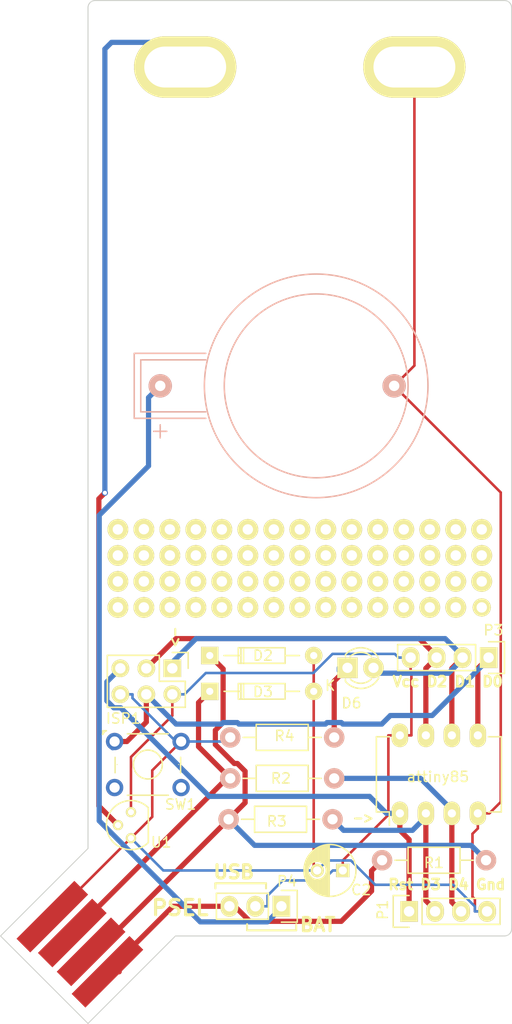
<source format=kicad_pcb>
(kicad_pcb (version 20171130) (host pcbnew "(5.1.12)-1")

  (general
    (thickness 1.6)
    (drawings 24)
    (tracks 195)
    (zones 0)
    (modules 22)
    (nets 15)
  )

  (page A4)
  (layers
    (0 F.Cu signal)
    (31 B.Cu signal)
    (32 B.Adhes user hide)
    (33 F.Adhes user hide)
    (34 B.Paste user hide)
    (35 F.Paste user hide)
    (36 B.SilkS user hide)
    (37 F.SilkS user hide)
    (38 B.Mask user hide)
    (39 F.Mask user hide)
    (40 Dwgs.User user hide)
    (41 Cmts.User user hide)
    (42 Eco1.User user hide)
    (43 Eco2.User user hide)
    (44 Edge.Cuts user)
    (45 Margin user hide)
    (46 B.CrtYd user hide)
    (47 F.CrtYd user hide)
    (48 B.Fab user hide)
    (49 F.Fab user hide)
  )

  (setup
    (last_trace_width 0.25)
    (user_trace_width 0.508)
    (user_trace_width 0.762)
    (user_trace_width 1.27)
    (trace_clearance 0.2)
    (zone_clearance 0.508)
    (zone_45_only no)
    (trace_min 0.2)
    (via_size 0.6)
    (via_drill 0.4)
    (via_min_size 0.4)
    (via_min_drill 0.3)
    (user_via 0.85 0.6)
    (uvia_size 0.3)
    (uvia_drill 0.1)
    (uvias_allowed no)
    (uvia_min_size 0)
    (uvia_min_drill 0)
    (edge_width 0.1)
    (segment_width 0.2)
    (pcb_text_width 0.3)
    (pcb_text_size 1.5 1.5)
    (mod_edge_width 0.15)
    (mod_text_size 1 1)
    (mod_text_width 0.15)
    (pad_size 1.99898 1.99898)
    (pad_drill 1.00076)
    (pad_to_mask_clearance 0)
    (aux_axis_origin 0 0)
    (visible_elements 7FFFFFFF)
    (pcbplotparams
      (layerselection 0x010f0_80000001)
      (usegerberextensions false)
      (usegerberattributes true)
      (usegerberadvancedattributes true)
      (creategerberjobfile true)
      (excludeedgelayer true)
      (linewidth 0.100000)
      (plotframeref false)
      (viasonmask false)
      (mode 1)
      (useauxorigin false)
      (hpglpennumber 1)
      (hpglpenspeed 20)
      (hpglpendiameter 15.000000)
      (psnegative false)
      (psa4output false)
      (plotreference true)
      (plotvalue true)
      (plotinvisibletext false)
      (padsonsilk false)
      (subtractmaskfromsilk false)
      (outputformat 1)
      (mirror false)
      (drillshape 0)
      (scaleselection 1)
      (outputdirectory "seeedstudio/gerbers/"))
  )

  (net 0 "")
  (net 1 VCC)
  (net 2 GND)
  (net 3 /D1)
  (net 4 /RST)
  (net 5 /USB-D-)
  (net 6 /USB-D+)
  (net 7 /D4)
  (net 8 /D3)
  (net 9 /VBAT)
  (net 10 /VBUS)
  (net 11 "Net-(D6-Pad1)")
  (net 12 /D0)
  (net 13 /D2)
  (net 14 /V_sec_bat)

  (net_class Default "This is the default net class."
    (clearance 0.2)
    (trace_width 0.25)
    (via_dia 0.6)
    (via_drill 0.4)
    (uvia_dia 0.3)
    (uvia_drill 0.1)
    (add_net /D0)
    (add_net /D1)
    (add_net /D2)
    (add_net /D3)
    (add_net /D4)
    (add_net /RST)
    (add_net /USB-D+)
    (add_net /USB-D-)
    (add_net /VBAT)
    (add_net /VBUS)
    (add_net /V_sec_bat)
    (add_net GND)
    (add_net "Net-(D6-Pad1)")
    (add_net VCC)
  )

  (module badge_mod:tesseract (layer B.Cu) (tedit 570A1D82) (tstamp 570A1B19)
    (at 148.9329 77.343 180)
    (path /570A1F46)
    (fp_text reference U8 (at 0 0 180) (layer B.SilkS) hide
      (effects (font (size 1.524 1.524) (thickness 0.3)) (justify mirror))
    )
    (fp_text value custom_logo (at 0.75 0 180) (layer B.SilkS) hide
      (effects (font (size 1.524 1.524) (thickness 0.3)) (justify mirror))
    )
    (fp_poly (pts (xy -0.030187 10.628625) (xy 0.170108 10.520487) (xy 0.461629 10.358569) (xy 0.818189 10.157852)
      (xy 1.2136 9.933319) (xy 1.621676 9.69995) (xy 2.016231 9.472727) (xy 2.371078 9.266633)
      (xy 2.660029 9.096649) (xy 2.856899 8.977757) (xy 2.935501 8.924938) (xy 2.935725 8.92374)
      (xy 2.789566 8.833635) (xy 2.536436 8.685069) (xy 2.203208 8.49315) (xy 1.816751 8.272985)
      (xy 1.403939 8.039681) (xy 0.991642 7.808348) (xy 0.606732 7.594091) (xy 0.276081 7.412018)
      (xy 0.02656 7.277237) (xy -0.11496 7.204856) (xy -0.1362 7.196666) (xy -0.230759 7.237408)
      (xy -0.44721 7.350814) (xy -0.761514 7.523652) (xy -1.149632 7.742695) (xy -1.587525 7.99471)
      (xy -1.610105 8.007829) (xy -2.049909 8.26474) (xy -2.439901 8.494977) (xy -2.75612 8.684196)
      (xy -2.974604 8.818055) (xy -3.071392 8.88221) (xy -3.072431 8.88316) (xy -3.019132 8.937848)
      (xy -2.844805 9.060989) (xy -2.575395 9.236935) (xy -2.236845 9.450039) (xy -1.855101 9.684652)
      (xy -1.456108 9.925127) (xy -1.065809 10.155817) (xy -0.710149 10.361074) (xy -0.415073 10.525251)
      (xy -0.206526 10.632699) (xy -0.113071 10.668) (xy -0.030187 10.628625)) (layer B.Mask) (width 0.01))
    (fp_poly (pts (xy 6.025421 7.240649) (xy 6.245317 7.127134) (xy 6.564378 6.95359) (xy 6.959146 6.732822)
      (xy 7.406161 6.477633) (xy 7.500741 6.42303) (xy 8.984614 5.564726) (xy 8.492807 5.282593)
      (xy 8.230483 5.138779) (xy 8.022266 5.036792) (xy 7.916333 4.999447) (xy 7.819622 5.039707)
      (xy 7.601005 5.152367) (xy 7.284699 5.324259) (xy 6.894918 5.542211) (xy 6.455879 5.793054)
      (xy 6.435021 5.805096) (xy 5.994421 6.061055) (xy 5.603522 6.290949) (xy 5.286405 6.480389)
      (xy 5.067148 6.614985) (xy 4.969831 6.680346) (xy 4.968863 6.68127) (xy 5.003505 6.748629)
      (xy 5.14587 6.865239) (xy 5.35256 7.003954) (xy 5.580178 7.137628) (xy 5.785326 7.239114)
      (xy 5.924608 7.281265) (xy 5.92815 7.281333) (xy 6.025421 7.240649)) (layer B.Mask) (width 0.01))
    (fp_poly (pts (xy -5.067507 6.710498) (xy -6.449587 5.908105) (xy -6.895504 5.649925) (xy -7.300067 5.41701)
      (xy -7.636915 5.224432) (xy -7.879689 5.087262) (xy -8.001 5.021083) (xy -8.135566 4.991035)
      (xy -8.312274 5.037139) (xy -8.574821 5.171763) (xy -8.614834 5.19484) (xy -8.848931 5.337987)
      (xy -9.009613 5.449763) (xy -9.058399 5.499446) (xy -8.989491 5.55676) (xy -8.782225 5.689377)
      (xy -8.434571 5.898499) (xy -7.944495 6.185329) (xy -7.309966 6.55107) (xy -6.528954 6.996924)
      (xy -6.524114 6.999677) (xy -6.051765 7.268354) (xy -5.067507 6.710498)) (layer B.Mask) (width 0.01))
    (fp_poly (pts (xy 3.426661 8.032751) (xy 3.443271 7.81788) (xy 3.456784 7.481861) (xy 3.466321 7.048784)
      (xy 3.471003 6.54274) (xy 3.471333 6.361858) (xy 3.471333 4.585723) (xy 2.2225 3.869425)
      (xy 1.782579 3.616756) (xy 1.370328 3.379352) (xy 1.018403 3.176068) (xy 0.759461 3.025754)
      (xy 0.656166 2.9652) (xy 0.338666 2.777274) (xy 0.338666 6.334486) (xy 1.8415 7.20063)
      (xy 2.298073 7.463726) (xy 2.70506 7.69816) (xy 3.039526 7.890729) (xy 3.278537 8.028229)
      (xy 3.399157 8.097456) (xy 3.407833 8.102384) (xy 3.426661 8.032751)) (layer B.Mask) (width 0.01))
    (fp_poly (pts (xy -3.510902 8.002675) (xy -3.302841 7.889226) (xy -2.994096 7.715771) (xy -2.60738 7.495099)
      (xy -2.165409 7.239996) (xy -2.069843 7.184492) (xy -0.592667 6.32565) (xy -0.592667 4.559825)
      (xy -0.593632 4.034217) (xy -0.596327 3.57156) (xy -0.600456 3.196547) (xy -0.605722 2.933867)
      (xy -0.611827 2.80821) (xy -0.613834 2.800937) (xy -0.689905 2.843745) (xy -0.889983 2.959216)
      (xy -1.191926 3.134491) (xy -1.573592 3.35671) (xy -2.012838 3.613014) (xy -2.116667 3.673673)
      (xy -3.598334 4.539472) (xy -3.621218 6.291403) (xy -3.625831 6.815319) (xy -3.625627 7.2767)
      (xy -3.62097 7.650635) (xy -3.612225 7.912211) (xy -3.599757 8.036517) (xy -3.595561 8.043333)
      (xy -3.510902 8.002675)) (layer B.Mask) (width 0.01))
    (fp_poly (pts (xy 9.463175 2.926571) (xy 9.440333 1.094485) (xy 8.909499 0.7954) (xy 8.378665 0.496314)
      (xy 8.401499 2.32939) (xy 8.424333 4.162465) (xy 8.955175 4.460561) (xy 9.486017 4.758658)
      (xy 9.463175 2.926571)) (layer B.Mask) (width 0.01))
    (fp_poly (pts (xy -9.165167 4.43399) (xy -8.919451 4.290063) (xy -8.725928 4.170472) (xy -8.657167 4.12372)
      (xy -8.618965 4.046612) (xy -8.590242 3.870533) (xy -8.570096 3.57973) (xy -8.557626 3.15845)
      (xy -8.551929 2.590941) (xy -8.551334 2.275633) (xy -8.554225 1.749581) (xy -8.562305 1.286309)
      (xy -8.574684 0.910534) (xy -8.590471 0.646974) (xy -8.608775 0.520347) (xy -8.614834 0.512763)
      (xy -8.716771 0.554805) (xy -8.916934 0.659112) (xy -9.122834 0.774935) (xy -9.567334 1.032344)
      (xy -9.567334 4.663805) (xy -9.165167 4.43399)) (layer B.Mask) (width 0.01))
    (fp_poly (pts (xy 4.526307 5.801809) (xy 4.730907 5.690529) (xy 5.031988 5.522098) (xy 5.404572 5.310455)
      (xy 5.713614 5.133071) (xy 6.198205 4.848197) (xy 6.541498 4.632813) (xy 6.753314 4.480009)
      (xy 6.843474 4.382876) (xy 6.83728 4.34249) (xy 6.740683 4.282289) (xy 6.514852 4.148584)
      (xy 6.177659 3.951738) (xy 5.746971 3.702117) (xy 5.240661 3.410087) (xy 4.676598 3.086012)
      (xy 4.233333 2.832128) (xy 3.638969 2.490793) (xy 3.090244 2.173085) (xy 2.604856 1.88945)
      (xy 2.2005 1.650334) (xy 1.894876 1.466184) (xy 1.70568 1.347447) (xy 1.651 1.307795)
      (xy 1.548752 1.230669) (xy 1.339128 1.095866) (xy 1.058171 0.924426) (xy 0.741923 0.737387)
      (xy 0.426429 0.555788) (xy 0.14773 0.400669) (xy -0.05813 0.29307) (xy -0.154294 0.254)
      (xy -0.246912 0.294071) (xy -0.454893 0.403214) (xy -0.747545 0.564824) (xy -1.094171 0.762295)
      (xy -1.098894 0.765024) (xy -1.448449 0.972139) (xy -1.744287 1.157111) (xy -1.954967 1.299621)
      (xy -2.048743 1.378857) (xy -2.106544 1.432845) (xy -2.115371 1.412119) (xy -2.164045 1.404442)
      (xy -2.237058 1.462962) (xy -2.337625 1.533489) (xy -2.566584 1.677261) (xy -2.905473 1.883215)
      (xy -3.335827 2.140288) (xy -3.839186 2.437419) (xy -4.397086 2.763546) (xy -4.734725 2.959507)
      (xy -5.308806 3.293479) (xy -5.832893 3.601538) (xy -6.289718 3.873283) (xy -6.662014 4.098318)
      (xy -6.932516 4.266242) (xy -7.083956 4.366656) (xy -7.110492 4.390331) (xy -7.041076 4.445827)
      (xy -6.853362 4.566986) (xy -6.576748 4.73665) (xy -6.240633 4.93766) (xy -5.874415 5.152856)
      (xy -5.507492 5.36508) (xy -5.169263 5.557173) (xy -4.889126 5.711974) (xy -4.696479 5.812327)
      (xy -4.623362 5.842) (xy -4.602599 5.763072) (xy -4.58586 5.549222) (xy -4.575066 5.234844)
      (xy -4.572 4.922741) (xy -4.572 4.003482) (xy -2.335118 2.717993) (xy -0.098235 1.432505)
      (xy 2.149249 2.727086) (xy 4.396733 4.021666) (xy 4.399699 4.931833) (xy 4.404415 5.301468)
      (xy 4.414892 5.598903) (xy 4.42948 5.789567) (xy 4.443167 5.842) (xy 4.526307 5.801809)) (layer B.Mask) (width 0.01))
    (fp_poly (pts (xy 7.450119 -0.522906) (xy 7.905673 -0.787099) (xy 8.306898 -1.024529) (xy 8.632066 -1.221945)
      (xy 8.859449 -1.366096) (xy 8.967318 -1.443729) (xy 8.973144 -1.45174) (xy 8.904521 -1.502897)
      (xy 8.715442 -1.623318) (xy 8.432043 -1.797503) (xy 8.08046 -2.009954) (xy 7.686827 -2.24517)
      (xy 7.27728 -2.487651) (xy 6.877954 -2.721898) (xy 6.514985 -2.93241) (xy 6.214508 -3.103689)
      (xy 6.002658 -3.220233) (xy 5.926666 -3.258484) (xy 5.844123 -3.223558) (xy 5.638303 -3.115009)
      (xy 5.331725 -2.945342) (xy 4.946907 -2.727057) (xy 4.506369 -2.47266) (xy 4.407378 -2.414939)
      (xy 3.957901 -2.14936) (xy 3.561255 -1.909185) (xy 3.239808 -1.708438) (xy 3.015931 -1.561144)
      (xy 2.911993 -1.481327) (xy 2.907549 -1.474636) (xy 2.970687 -1.41122) (xy 3.16016 -1.27849)
      (xy 3.454629 -1.089995) (xy 3.832754 -0.859281) (xy 4.273197 -0.599896) (xy 4.406645 -0.522906)
      (xy 5.928616 0.351189) (xy 7.450119 -0.522906)) (layer B.Mask) (width 0.01))
    (fp_poly (pts (xy -4.49045 -0.529007) (xy -4.036182 -0.792454) (xy -3.638144 -1.030958) (xy -3.317757 -1.231045)
      (xy -3.096444 -1.379242) (xy -2.995624 -1.462073) (xy -2.991881 -1.471636) (xy -3.066671 -1.53118)
      (xy -3.261922 -1.658999) (xy -3.551121 -1.839274) (xy -3.907754 -2.056182) (xy -4.305307 -2.293905)
      (xy -4.717267 -2.536621) (xy -5.11712 -2.768509) (xy -5.478353 -2.973749) (xy -5.774452 -3.136521)
      (xy -5.842 -3.172292) (xy -5.923528 -3.205324) (xy -6.016401 -3.21098) (xy -6.142523 -3.17967)
      (xy -6.323794 -3.1018) (xy -6.582116 -2.967778) (xy -6.939392 -2.768012) (xy -7.417522 -2.492909)
      (xy -7.493 -2.449199) (xy -7.937605 -2.186627) (xy -8.328973 -1.945981) (xy -8.644236 -1.742107)
      (xy -8.860523 -1.589849) (xy -8.954964 -1.504054) (xy -8.957045 -1.498826) (xy -8.893435 -1.414769)
      (xy -8.689871 -1.259292) (xy -8.356565 -1.039228) (xy -7.903731 -0.761408) (xy -7.495993 -0.521672)
      (xy -6.010229 0.338985) (xy -4.49045 -0.529007)) (layer B.Mask) (width 0.01))
    (fp_poly (pts (xy 9.439321 -2.451984) (xy 9.453553 -2.676544) (xy 9.462978 -3.020662) (xy 9.466996 -3.45947)
      (xy 9.465007 -3.968098) (xy 9.463217 -4.125352) (xy 9.440333 -5.880037) (xy 7.958666 -6.746003)
      (xy 7.506615 -7.008643) (xy 7.103901 -7.239649) (xy 6.773445 -7.426115) (xy 6.538169 -7.555136)
      (xy 6.420993 -7.613807) (xy 6.4135 -7.615984) (xy 6.393078 -7.537229) (xy 6.375951 -7.316343)
      (xy 6.363212 -6.980515) (xy 6.355957 -6.556935) (xy 6.354879 -6.1595) (xy 6.354568 -5.528184)
      (xy 6.35837 -5.039005) (xy 6.380512 -4.665071) (xy 6.435224 -4.379488) (xy 6.536734 -4.155363)
      (xy 6.699271 -3.965802) (xy 6.937063 -3.783914) (xy 7.26434 -3.582804) (xy 7.69533 -3.335579)
      (xy 7.916333 -3.208254) (xy 8.362189 -2.951316) (xy 8.758553 -2.726286) (xy 9.082044 -2.546164)
      (xy 9.309277 -2.423948) (xy 9.416872 -2.372636) (xy 9.420884 -2.37185) (xy 9.439321 -2.451984)) (layer B.Mask) (width 0.01))
    (fp_poly (pts (xy 2.522165 -2.417993) (xy 2.734738 -2.533638) (xy 3.047231 -2.709534) (xy 3.436709 -2.932741)
      (xy 3.880237 -3.190321) (xy 3.979333 -3.248292) (xy 5.461 -4.116168) (xy 5.483884 -5.868084)
      (xy 5.487731 -6.39145) (xy 5.485391 -6.85178) (xy 5.477465 -7.224293) (xy 5.464556 -7.484212)
      (xy 5.447263 -7.606755) (xy 5.441551 -7.613063) (xy 5.351775 -7.570053) (xy 5.13906 -7.454053)
      (xy 4.826365 -7.278016) (xy 4.436654 -7.054898) (xy 3.992887 -6.797653) (xy 3.894666 -6.740327)
      (xy 2.413 -5.874528) (xy 2.390115 -4.122597) (xy 2.386268 -3.599069) (xy 2.38861 -3.138427)
      (xy 2.396538 -2.765491) (xy 2.409451 -2.505077) (xy 2.426748 -2.382004) (xy 2.432448 -2.375541)
      (xy 2.522165 -2.417993)) (layer B.Mask) (width 0.01))
    (fp_poly (pts (xy -2.508467 -2.456619) (xy -2.485817 -2.68504) (xy -2.469287 -3.057356) (xy -2.459459 -3.560886)
      (xy -2.456831 -4.120445) (xy -2.458328 -5.884334) (xy -3.973122 -6.752167) (xy -4.430431 -7.012832)
      (xy -4.837227 -7.242176) (xy -5.170947 -7.427684) (xy -5.409029 -7.556845) (xy -5.528911 -7.617145)
      (xy -5.537958 -7.62) (xy -5.552813 -7.539483) (xy -5.565723 -7.31452) (xy -5.576007 -6.969995)
      (xy -5.582985 -6.530791) (xy -5.585977 -6.02179) (xy -5.586 -5.863167) (xy -5.584 -4.106334)
      (xy -4.100986 -3.259667) (xy -3.645808 -3.000669) (xy -3.239028 -2.770853) (xy -2.904153 -2.583366)
      (xy -2.664692 -2.451357) (xy -2.544153 -2.387972) (xy -2.536652 -2.384778) (xy -2.508467 -2.456619)) (layer B.Mask) (width 0.01))
    (fp_poly (pts (xy -9.456331 -2.411265) (xy -9.252891 -2.524665) (xy -8.947462 -2.698273) (xy -8.562162 -2.919495)
      (xy -8.119109 -3.17574) (xy -7.990498 -3.250433) (xy -6.477 -4.1302) (xy -6.454116 -5.8751)
      (xy -6.450268 -6.397563) (xy -6.452632 -6.857129) (xy -6.460603 -7.22892) (xy -6.473577 -7.488058)
      (xy -6.490947 -7.609664) (xy -6.496449 -7.615685) (xy -6.586412 -7.57394) (xy -6.799897 -7.459898)
      (xy -7.113974 -7.286268) (xy -7.505714 -7.065758) (xy -7.95219 -6.811077) (xy -8.062212 -6.747852)
      (xy -9.562756 -5.884334) (xy -9.565045 -4.1275) (xy -9.564277 -3.602771) (xy -9.560824 -3.140555)
      (xy -9.555102 -2.765735) (xy -9.547526 -2.503194) (xy -9.538514 -2.377817) (xy -9.535664 -2.370667)
      (xy -9.456331 -2.411265)) (layer B.Mask) (width 0.01))
    (fp_poly (pts (xy -7.596744 3.51479) (xy -7.387531 3.396631) (xy -7.060466 3.20973) (xy -6.629807 2.962293)
      (xy -6.109809 2.662529) (xy -5.514728 2.318642) (xy -4.858821 1.938841) (xy -4.156344 1.531333)
      (xy -4.105531 1.501829) (xy -0.568028 -0.552343) (xy -0.586092 -4.614027) (xy -0.590078 -5.426032)
      (xy -0.594526 -6.184682) (xy -0.599287 -6.873509) (xy -0.604214 -7.476048) (xy -0.609159 -7.975834)
      (xy -0.613973 -8.356401) (xy -0.618508 -8.601282) (xy -0.622617 -8.694013) (xy -0.622784 -8.694339)
      (xy -0.698681 -8.661164) (xy -0.896201 -8.557456) (xy -1.190085 -8.396939) (xy -1.555071 -8.193334)
      (xy -1.80251 -8.053457) (xy -2.201772 -7.825513) (xy -2.547515 -7.625925) (xy -2.813573 -7.469971)
      (xy -2.973783 -7.372928) (xy -3.008079 -7.349477) (xy -2.958377 -7.291957) (xy -2.789202 -7.171236)
      (xy -2.529014 -7.006514) (xy -2.288275 -6.863917) (xy -1.524 -6.422828) (xy -1.52538 -3.825248)
      (xy -1.52676 -1.227667) (xy -3.722329 0.029179) (xy -4.276466 0.34887) (xy -4.781713 0.645105)
      (xy -5.219572 0.906662) (xy -5.571549 1.122316) (xy -5.819147 1.280846) (xy -5.94387 1.371029)
      (xy -5.9549 1.383845) (xy -6.023602 1.42009) (xy -6.107451 1.346938) (xy -6.219323 1.256529)
      (xy -6.432739 1.112855) (xy -6.708179 0.9396) (xy -7.006121 0.760449) (xy -7.287046 0.599085)
      (xy -7.511431 0.479195) (xy -7.639757 0.424462) (xy -7.648608 0.423333) (xy -7.666286 0.503605)
      (xy -7.681674 0.726852) (xy -7.693829 1.066722) (xy -7.701808 1.496862) (xy -7.704667 1.989666)
      (xy -7.703088 2.483606) (xy -7.698696 2.913562) (xy -7.692009 3.253182) (xy -7.683546 3.476113)
      (xy -7.673851 3.556) (xy -7.596744 3.51479)) (layer B.Mask) (width 0.01))
    (fp_poly (pts (xy 7.427545 3.475778) (xy 7.43694 3.252885) (xy 7.444319 2.913981) (xy 7.449089 2.485728)
      (xy 7.450666 2.025534) (xy 7.450666 0.495068) (xy 6.850072 0.828172) (xy 6.543783 1.004105)
      (xy 6.278496 1.167271) (xy 6.10359 1.287071) (xy 6.084367 1.302648) (xy 5.943647 1.393729)
      (xy 5.837897 1.360285) (xy 5.806552 1.331314) (xy 5.706331 1.261373) (xy 5.478651 1.119254)
      (xy 5.143143 0.916674) (xy 4.719441 0.66535) (xy 4.227175 0.376996) (xy 3.685978 0.06333)
      (xy 3.568173 -0.004529) (xy 1.4425 -1.227667) (xy 1.440916 -3.823362) (xy 1.439333 -6.419057)
      (xy 2.159 -6.823011) (xy 2.465417 -6.99969) (xy 2.706712 -7.147738) (xy 2.850977 -7.247074)
      (xy 2.877701 -7.275316) (xy 2.807772 -7.331341) (xy 2.614463 -7.456617) (xy 2.321495 -7.63653)
      (xy 1.952594 -7.856463) (xy 1.606907 -8.05825) (xy 0.337078 -8.792834) (xy 0.381 -0.46973)
      (xy 3.88189 1.543135) (xy 4.584316 1.946604) (xy 5.241091 2.323085) (xy 5.837813 2.664378)
      (xy 6.360081 2.962282) (xy 6.793493 3.208595) (xy 7.123647 3.395118) (xy 7.336142 3.513648)
      (xy 7.416575 3.555986) (xy 7.416723 3.556) (xy 7.427545 3.475778)) (layer B.Mask) (width 0.01))
    (fp_poly (pts (xy 3.444626 -8.197018) (xy 3.46007 -8.395278) (xy 3.455161 -8.519742) (xy 3.429 -8.928925)
      (xy 1.947333 -9.794447) (xy 1.495253 -10.056969) (xy 1.092518 -10.287868) (xy 0.762055 -10.474242)
      (xy 0.526788 -10.603192) (xy 0.409643 -10.661814) (xy 0.402166 -10.663984) (xy 0.365704 -10.590547)
      (xy 0.344151 -10.399176) (xy 0.341455 -10.265834) (xy 0.344244 -9.863667) (xy 1.826659 -9.017)
      (xy 2.282093 -8.757803) (xy 2.689504 -8.527681) (xy 3.025287 -8.339826) (xy 3.265835 -8.207428)
      (xy 3.387543 -8.143679) (xy 3.395198 -8.140446) (xy 3.444626 -8.197018)) (layer B.Mask) (width 0.01))
    (fp_poly (pts (xy -3.52748 -8.168117) (xy -3.323042 -8.280087) (xy -3.016718 -8.451342) (xy -2.63096 -8.66931)
      (xy -2.188217 -8.921423) (xy -2.083582 -8.98126) (xy -0.592667 -9.834519) (xy -0.592667 -10.25126)
      (xy -0.59653 -10.490094) (xy -0.606392 -10.639667) (xy -0.613834 -10.665549) (xy -0.690196 -10.624663)
      (xy -0.891225 -10.511914) (xy -1.194796 -10.339853) (xy -1.578783 -10.12103) (xy -2.021062 -9.867997)
      (xy -2.137834 -9.801043) (xy -3.640667 -8.93899) (xy -3.640667 -8.533495) (xy -3.634464 -8.297831)
      (xy -3.618673 -8.151575) (xy -3.607582 -8.128) (xy -3.52748 -8.168117)) (layer B.Mask) (width 0.01))
  )

  (module Housings_DIP:DIP-8_W7.62mm_LongPads (layer F.Cu) (tedit 54130A77) (tstamp 56D72F88)
    (at 159.08 119.42 90)
    (descr "8-lead dip package, row spacing 7.62 mm (300 mils), longer pads")
    (tags "dil dip 2.54 300")
    (path /56D1C74B)
    (fp_text reference attiny85 (at 3.57 3.72 180) (layer F.SilkS)
      (effects (font (size 1 1) (thickness 0.15)))
    )
    (fp_text value ATTINY85-S (at 0 -3.72 90) (layer F.Fab)
      (effects (font (size 1 1) (thickness 0.15)))
    )
    (fp_line (start 0.135 -1.025) (end -1.15 -1.025) (layer F.SilkS) (width 0.15))
    (fp_line (start 0.135 9.915) (end 7.485 9.915) (layer F.SilkS) (width 0.15))
    (fp_line (start 0.135 -2.295) (end 7.485 -2.295) (layer F.SilkS) (width 0.15))
    (fp_line (start 0.135 9.915) (end 0.135 8.645) (layer F.SilkS) (width 0.15))
    (fp_line (start 7.485 9.915) (end 7.485 8.645) (layer F.SilkS) (width 0.15))
    (fp_line (start 7.485 -2.295) (end 7.485 -1.025) (layer F.SilkS) (width 0.15))
    (fp_line (start 0.135 -2.295) (end 0.135 -1.025) (layer F.SilkS) (width 0.15))
    (fp_line (start -1.4 10.1) (end 9 10.1) (layer F.CrtYd) (width 0.05))
    (fp_line (start -1.4 -2.45) (end 9 -2.45) (layer F.CrtYd) (width 0.05))
    (fp_line (start 9 -2.45) (end 9 10.1) (layer F.CrtYd) (width 0.05))
    (fp_line (start -1.4 -2.45) (end -1.4 10.1) (layer F.CrtYd) (width 0.05))
    (pad 1 thru_hole oval (at 0 0 90) (size 2.3 1.6) (drill 0.8) (layers *.Cu *.Mask F.SilkS)
      (net 4 /RST))
    (pad 2 thru_hole oval (at 0 2.54 90) (size 2.3 1.6) (drill 0.8) (layers *.Cu *.Mask F.SilkS)
      (net 8 /D3))
    (pad 3 thru_hole oval (at 0 5.08 90) (size 2.3 1.6) (drill 0.8) (layers *.Cu *.Mask F.SilkS)
      (net 7 /D4))
    (pad 4 thru_hole oval (at 0 7.62 90) (size 2.3 1.6) (drill 0.8) (layers *.Cu *.Mask F.SilkS)
      (net 2 GND))
    (pad 5 thru_hole oval (at 7.62 7.62 90) (size 2.3 1.6) (drill 0.8) (layers *.Cu *.Mask F.SilkS)
      (net 12 /D0))
    (pad 6 thru_hole oval (at 7.62 5.08 90) (size 2.3 1.6) (drill 0.8) (layers *.Cu *.Mask F.SilkS)
      (net 3 /D1))
    (pad 7 thru_hole oval (at 7.62 2.54 90) (size 2.3 1.6) (drill 0.8) (layers *.Cu *.Mask F.SilkS)
      (net 13 /D2))
    (pad 8 thru_hole oval (at 7.62 0 90) (size 2.3 1.6) (drill 0.8) (layers *.Cu *.Mask F.SilkS)
      (net 1 VCC))
    (model Housings_DIP.3dshapes/DIP-8_W7.62mm_LongPads.wrl
      (at (xyz 0 0 0))
      (scale (xyz 1 1 1))
      (rotate (xyz 0 0 0))
    )
  )

  (module Pin_Headers:Pin_Header_Straight_2x03 (layer F.Cu) (tedit 54EA0A4B) (tstamp 56D4A847)
    (at 136.84 105.25 270)
    (descr "Through hole pin header")
    (tags "pin header")
    (path /56D1C86D)
    (fp_text reference ISP1 (at 4.9 4.79) (layer F.SilkS)
      (effects (font (size 1 1) (thickness 0.15)))
    )
    (fp_text value AVR-ISP-6 (at 0 -3.1 270) (layer F.Fab)
      (effects (font (size 1 1) (thickness 0.15)))
    )
    (fp_line (start 3.81 1.27) (end 3.81 -1.27) (layer F.SilkS) (width 0.15))
    (fp_line (start 3.81 -1.27) (end 1.27 -1.27) (layer F.SilkS) (width 0.15))
    (fp_line (start -1.55 -1.55) (end -1.55 0) (layer F.SilkS) (width 0.15))
    (fp_line (start 3.81 6.35) (end 3.81 1.27) (layer F.SilkS) (width 0.15))
    (fp_line (start -1.27 6.35) (end 3.81 6.35) (layer F.SilkS) (width 0.15))
    (fp_line (start 1.27 1.27) (end -1.27 1.27) (layer F.SilkS) (width 0.15))
    (fp_line (start 1.27 -1.27) (end 1.27 1.27) (layer F.SilkS) (width 0.15))
    (fp_line (start -1.75 6.85) (end 4.3 6.85) (layer F.CrtYd) (width 0.05))
    (fp_line (start -1.75 -1.75) (end 4.3 -1.75) (layer F.CrtYd) (width 0.05))
    (fp_line (start 4.3 -1.75) (end 4.3 6.85) (layer F.CrtYd) (width 0.05))
    (fp_line (start -1.75 -1.75) (end -1.75 6.85) (layer F.CrtYd) (width 0.05))
    (fp_line (start -1.55 -1.55) (end 0 -1.55) (layer F.SilkS) (width 0.15))
    (fp_line (start -1.27 1.27) (end -1.27 6.35) (layer F.SilkS) (width 0.15))
    (pad 1 thru_hole rect (at 0 0 270) (size 1.7272 1.7272) (drill 1.016) (layers *.Cu *.Mask F.SilkS)
      (net 3 /D1))
    (pad 2 thru_hole oval (at 2.54 0 270) (size 1.7272 1.7272) (drill 1.016) (layers *.Cu *.Mask F.SilkS)
      (net 1 VCC))
    (pad 3 thru_hole oval (at 0 2.54 270) (size 1.7272 1.7272) (drill 1.016) (layers *.Cu *.Mask F.SilkS)
      (net 13 /D2))
    (pad 4 thru_hole oval (at 2.54 2.54 270) (size 1.7272 1.7272) (drill 1.016) (layers *.Cu *.Mask F.SilkS)
      (net 12 /D0))
    (pad 5 thru_hole oval (at 0 5.08 270) (size 1.7272 1.7272) (drill 1.016) (layers *.Cu *.Mask F.SilkS)
      (net 4 /RST))
    (pad 6 thru_hole oval (at 2.54 5.08 270) (size 1.7272 1.7272) (drill 1.016) (layers *.Cu *.Mask F.SilkS)
      (net 2 GND))
    (model Pin_Headers.3dshapes/Pin_Header_Straight_2x03.wrl
      (offset (xyz 1.269999980926514 -2.539999961853027 0))
      (scale (xyz 1 1 1))
      (rotate (xyz 0 0 90))
    )
  )

  (module connectors:usb-PCB (layer F.Cu) (tedit 542BB0AF) (tstamp 56D20843)
    (at 124.341 135.671 315)
    (path /56D208F3)
    (attr virtual)
    (fp_text reference P2 (at 0.13 -7.85 315) (layer F.SilkS) hide
      (effects (font (size 1.5 1.5) (thickness 0.15)))
    )
    (fp_text value USB_A (at 0.29 -10.13 315) (layer F.SilkS) hide
      (effects (font (size 1.5 1.5) (thickness 0.15)))
    )
    (fp_line (start -6.03 0) (end -6.03 -12) (layer Dwgs.User) (width 0.15))
    (fp_line (start 6.03 0) (end -6.03 0) (layer Dwgs.User) (width 0.15))
    (fp_line (start 6.03 0) (end 6.03 -12) (layer Dwgs.User) (width 0.15))
    (pad 1 connect rect (at 3.81 -4.9 315) (size 1.9 8) (layers F.Cu F.Mask)
      (net 10 /VBUS))
    (pad 4 connect rect (at -3.81 -4.9 315) (size 1.9 8) (layers F.Cu F.Mask)
      (net 2 GND))
    (pad 3 connect rect (at -1.3 -5.15 315) (size 2 7.5) (layers F.Cu F.Mask)
      (net 6 /USB-D+))
    (pad 2 connect rect (at 1.3 -5.15 315) (size 2 7.5) (layers F.Cu F.Mask)
      (net 5 /USB-D-))
  )

  (module Connect:CR2032H (layer B.Cu) (tedit 56E23A75) (tstamp 56D4948B)
    (at 150.9 77.65 180)
    (path /56D486BE)
    (fp_text reference BT1 (at 0 12.7 180) (layer B.SilkS) hide
      (effects (font (size 1 1) (thickness 0.15)) (justify mirror))
    )
    (fp_text value Battery (at -12.65 -8.2 180) (layer B.Fab) hide
      (effects (font (size 1 1) (thickness 0.15)) (justify mirror))
    )
    (fp_circle (center 0 0) (end 6.35 -8.89) (layer B.SilkS) (width 0.15))
    (fp_circle (center 0 0) (end -1.27 8.89) (layer B.SilkS) (width 0.15))
    (fp_line (start 10.795 3.175) (end 15.875 3.175) (layer B.SilkS) (width 0.15))
    (fp_line (start 17.145 -3.175) (end 10.795 -3.175) (layer B.SilkS) (width 0.15))
    (fp_line (start 15.875 3.175) (end 17.145 3.175) (layer B.SilkS) (width 0.15))
    (fp_line (start 17.78 -3.175) (end 17.145 -3.175) (layer B.SilkS) (width 0.15))
    (fp_line (start 17.78 3.175) (end 17.78 -3.175) (layer B.SilkS) (width 0.15))
    (fp_line (start 17.145 3.175) (end 17.78 3.175) (layer B.SilkS) (width 0.15))
    (fp_line (start 17.145 -2.54) (end 10.795 -2.54) (layer B.SilkS) (width 0.15))
    (fp_line (start 17.145 2.54) (end 17.145 -2.54) (layer B.SilkS) (width 0.15))
    (fp_line (start 10.795 2.54) (end 17.145 2.54) (layer B.SilkS) (width 0.15))
    (fp_line (start 14.605 -4.445) (end 15.875 -4.445) (layer B.SilkS) (width 0.15))
    (fp_line (start 15.24 -3.81) (end 15.24 -5.08) (layer B.SilkS) (width 0.15))
    (pad 2 thru_hole circle (at -7.62 0 180) (size 2.286 2.286) (drill 1.016) (layers *.Cu *.Mask B.SilkS)
      (net 2 GND))
    (pad 1 thru_hole circle (at 15.24 0 180) (size 2.286 2.286) (drill 1.016) (layers *.Cu *.Mask B.SilkS)
      (net 9 /VBAT))
  )

  (module badge_mod:proto_area (layer F.Cu) (tedit 0) (tstamp 56D4C583)
    (at 149.3 99.3 270)
    (path /56D499FD)
    (fp_text reference U4 (at -11 0) (layer F.SilkS) hide
      (effects (font (size 1 1) (thickness 0.15)))
    )
    (fp_text value proto_area (at 2 0) (layer F.SilkS) hide
      (effects (font (size 1 1) (thickness 0.15)))
    )
    (pad 1 thru_hole circle (at 0 -17.78 270) (size 1.778 1.778) (drill 1.016) (layers *.Cu *.Mask F.SilkS))
    (pad 2 thru_hole circle (at 0 -15.24 270) (size 2.032 2.032) (drill 1.016) (layers *.Cu *.Mask F.SilkS))
    (pad 3 thru_hole circle (at 0 -12.7 270) (size 2.032 2.032) (drill 1.016) (layers *.Cu *.Mask F.SilkS))
    (pad 4 thru_hole circle (at 0 -10.16 270) (size 2.032 2.032) (drill 1.016) (layers *.Cu *.Mask F.SilkS))
    (pad 5 thru_hole circle (at 0 -7.62 270) (size 2.032 2.032) (drill 1.016) (layers *.Cu *.Mask F.SilkS))
    (pad 6 thru_hole circle (at 0 -5.08 270) (size 2.032 2.032) (drill 1.016) (layers *.Cu *.Mask F.SilkS))
    (pad 7 thru_hole circle (at 0 -2.54 270) (size 2.032 2.032) (drill 1.016) (layers *.Cu *.Mask F.SilkS))
    (pad 8 thru_hole circle (at 0 0 270) (size 2.032 2.032) (drill 1.016) (layers *.Cu *.Mask F.SilkS))
    (pad 9 thru_hole circle (at 0 2.54 270) (size 2.032 2.032) (drill 1.016) (layers *.Cu *.Mask F.SilkS))
    (pad 10 thru_hole circle (at 0 5.08 270) (size 2.032 2.032) (drill 1.016) (layers *.Cu *.Mask F.SilkS))
    (pad 11 thru_hole circle (at 0 7.62 270) (size 2.032 2.032) (drill 1.016) (layers *.Cu *.Mask F.SilkS))
    (pad 12 thru_hole circle (at 0 10.16 270) (size 2.032 2.032) (drill 1.016) (layers *.Cu *.Mask F.SilkS))
    (pad 13 thru_hole circle (at 0 12.7 270) (size 2.032 2.032) (drill 1.016) (layers *.Cu *.Mask F.SilkS))
    (pad 14 thru_hole circle (at 0 15.24 270) (size 2.032 2.032) (drill 1.016) (layers *.Cu *.Mask F.SilkS))
    (pad 15 thru_hole circle (at 0 17.78 270) (size 2.032 2.032) (drill 1.016) (layers *.Cu *.Mask F.SilkS))
    (pad 16 thru_hole circle (at -2.54 -17.78 270) (size 2.032 2.032) (drill 1.016) (layers *.Cu *.Mask F.SilkS))
    (pad 17 thru_hole circle (at -2.54 -15.24 270) (size 2.032 2.032) (drill 1.016) (layers *.Cu *.Mask F.SilkS))
    (pad 18 thru_hole circle (at -2.54 -12.7 270) (size 2.032 2.032) (drill 1.016) (layers *.Cu *.Mask F.SilkS))
    (pad 19 thru_hole circle (at -2.54 -10.16 270) (size 2.032 2.032) (drill 1.016) (layers *.Cu *.Mask F.SilkS))
    (pad 20 thru_hole circle (at -2.54 -7.62 270) (size 2.032 2.032) (drill 1.016) (layers *.Cu *.Mask F.SilkS))
    (pad 21 thru_hole circle (at -2.54 -5.08 270) (size 2.032 2.032) (drill 1.016) (layers *.Cu *.Mask F.SilkS))
    (pad 22 thru_hole circle (at -2.54 -2.54 270) (size 2.032 2.032) (drill 1.016) (layers *.Cu *.Mask F.SilkS))
    (pad 23 thru_hole circle (at -2.54 0 270) (size 2.032 2.032) (drill 1.016) (layers *.Cu *.Mask F.SilkS))
    (pad 24 thru_hole circle (at -2.54 2.54 270) (size 2.032 2.032) (drill 1.016) (layers *.Cu *.Mask F.SilkS))
    (pad 25 thru_hole circle (at -2.54 5.08 270) (size 2.032 2.032) (drill 1.016) (layers *.Cu *.Mask F.SilkS))
    (pad 26 thru_hole circle (at -2.54 7.62 270) (size 2.032 2.032) (drill 1.016) (layers *.Cu *.Mask F.SilkS))
    (pad 27 thru_hole circle (at -2.54 10.16 270) (size 2.032 2.032) (drill 1.016) (layers *.Cu *.Mask F.SilkS))
    (pad 28 thru_hole circle (at -2.54 12.7 270) (size 2.032 2.032) (drill 1.016) (layers *.Cu *.Mask F.SilkS))
    (pad 29 thru_hole circle (at -2.54 15.24 270) (size 2.032 2.032) (drill 1.016) (layers *.Cu *.Mask F.SilkS))
    (pad 30 thru_hole circle (at -2.54 17.78 270) (size 2.032 2.032) (drill 1.016) (layers *.Cu *.Mask F.SilkS))
    (pad 31 thru_hole circle (at -5.08 -17.78 270) (size 2.032 2.032) (drill 1.016) (layers *.Cu *.Mask F.SilkS))
    (pad 32 thru_hole circle (at -5.08 -15.24 270) (size 2.032 2.032) (drill 1.016) (layers *.Cu *.Mask F.SilkS))
    (pad 33 thru_hole circle (at -5.08 -12.7 270) (size 2.032 2.032) (drill 1.016) (layers *.Cu *.Mask F.SilkS))
    (pad 34 thru_hole circle (at -5.08 -10.16 270) (size 2.032 2.032) (drill 1.016) (layers *.Cu *.Mask F.SilkS))
    (pad 35 thru_hole circle (at -5.08 -7.62 270) (size 2.032 2.032) (drill 1.016) (layers *.Cu *.Mask F.SilkS))
    (pad 36 thru_hole circle (at -5.08 -5.08 270) (size 2.032 2.032) (drill 1.016) (layers *.Cu *.Mask F.SilkS))
    (pad 37 thru_hole circle (at -5.08 -2.54 270) (size 2.032 2.032) (drill 1.016) (layers *.Cu *.Mask F.SilkS))
    (pad 38 thru_hole circle (at -5.08 0 270) (size 2.032 2.032) (drill 1.016) (layers *.Cu *.Mask F.SilkS))
    (pad 39 thru_hole circle (at -5.08 2.54 270) (size 2.032 2.032) (drill 1.016) (layers *.Cu *.Mask F.SilkS))
    (pad 40 thru_hole circle (at -5.08 5.08 270) (size 2.032 2.032) (drill 1.016) (layers *.Cu *.Mask F.SilkS))
    (pad 41 thru_hole circle (at -5.08 7.62 270) (size 2.032 2.032) (drill 1.016) (layers *.Cu *.Mask F.SilkS))
    (pad 42 thru_hole circle (at -5.08 10.16 270) (size 2.032 2.032) (drill 1.016) (layers *.Cu *.Mask F.SilkS))
    (pad 43 thru_hole circle (at -5.08 12.7 270) (size 2.032 2.032) (drill 1.016) (layers *.Cu *.Mask F.SilkS))
    (pad 44 thru_hole circle (at -5.08 15.24 270) (size 2.032 2.032) (drill 1.016) (layers *.Cu *.Mask F.SilkS))
    (pad 47 thru_hole circle (at -7.62 -15.24 270) (size 2.032 2.032) (drill 1.016) (layers *.Cu *.Mask F.SilkS))
    (pad 48 thru_hole circle (at -7.62 -12.7 270) (size 2.032 2.032) (drill 1.016) (layers *.Cu *.Mask F.SilkS))
    (pad 49 thru_hole circle (at -7.62 -10.16 270) (size 2.032 2.032) (drill 1.016) (layers *.Cu *.Mask F.SilkS))
    (pad 50 thru_hole circle (at -7.62 -7.62 270) (size 2.032 2.032) (drill 1.016) (layers *.Cu *.Mask F.SilkS))
    (pad 51 thru_hole circle (at -7.62 -5.08 270) (size 2.032 2.032) (drill 1.016) (layers *.Cu *.Mask F.SilkS))
    (pad 52 thru_hole circle (at -7.62 -2.54 270) (size 2.032 2.032) (drill 1.016) (layers *.Cu *.Mask F.SilkS))
    (pad 53 thru_hole circle (at -7.62 0 270) (size 2.032 2.032) (drill 1.016) (layers *.Cu *.Mask F.SilkS))
    (pad 54 thru_hole circle (at -7.62 2.54 270) (size 2.032 2.032) (drill 1.016) (layers *.Cu *.Mask F.SilkS))
    (pad 55 thru_hole circle (at -7.62 5.08 270) (size 2.032 2.032) (drill 1.016) (layers *.Cu *.Mask F.SilkS))
    (pad 56 thru_hole circle (at -7.62 7.62 270) (size 2.032 2.032) (drill 1.016) (layers *.Cu *.Mask F.SilkS))
    (pad 57 thru_hole circle (at -7.62 10.16 270) (size 2.032 2.032) (drill 1.016) (layers *.Cu *.Mask F.SilkS))
    (pad 58 thru_hole circle (at -7.62 12.7 270) (size 2.032 2.032) (drill 1.016) (layers *.Cu *.Mask F.SilkS))
    (pad 46 thru_hole circle (at -7.62 -17.78 270) (size 2.032 2.032) (drill 1.016) (layers *.Cu *.Mask F.SilkS))
    (pad 45 thru_hole circle (at -5.08 17.78 270) (size 2.032 2.032) (drill 1.016) (layers *.Cu *.Mask F.SilkS))
    (pad 59 thru_hole circle (at -7.6454 15.24 270) (size 2.032 2.032) (drill 1.016) (layers *.Cu *.Mask F.SilkS))
    (pad 60 thru_hole circle (at -7.62 17.78 270) (size 2.032 2.032) (drill 1.016) (layers *.Cu *.Mask F.SilkS))
  )

  (module Pin_Headers:Pin_Header_Straight_1x04 (layer F.Cu) (tedit 0) (tstamp 56D72E95)
    (at 159.98 129 90)
    (descr "Through hole pin header")
    (tags "pin header")
    (path /56D73861)
    (fp_text reference P1 (at 0.15 -2.58 90) (layer F.SilkS)
      (effects (font (size 1 1) (thickness 0.15)))
    )
    (fp_text value CONN_01X04 (at 0 -3.1 90) (layer F.Fab)
      (effects (font (size 1 1) (thickness 0.15)))
    )
    (fp_line (start -1.55 -1.55) (end 1.55 -1.55) (layer F.SilkS) (width 0.15))
    (fp_line (start -1.55 0) (end -1.55 -1.55) (layer F.SilkS) (width 0.15))
    (fp_line (start 1.27 1.27) (end -1.27 1.27) (layer F.SilkS) (width 0.15))
    (fp_line (start -1.27 8.89) (end 1.27 8.89) (layer F.SilkS) (width 0.15))
    (fp_line (start 1.55 -1.55) (end 1.55 0) (layer F.SilkS) (width 0.15))
    (fp_line (start 1.27 1.27) (end 1.27 8.89) (layer F.SilkS) (width 0.15))
    (fp_line (start -1.27 1.27) (end -1.27 8.89) (layer F.SilkS) (width 0.15))
    (fp_line (start -1.75 9.4) (end 1.75 9.4) (layer F.CrtYd) (width 0.05))
    (fp_line (start -1.75 -1.75) (end 1.75 -1.75) (layer F.CrtYd) (width 0.05))
    (fp_line (start 1.75 -1.75) (end 1.75 9.4) (layer F.CrtYd) (width 0.05))
    (fp_line (start -1.75 -1.75) (end -1.75 9.4) (layer F.CrtYd) (width 0.05))
    (pad 1 thru_hole rect (at 0 0 90) (size 2.032 1.7272) (drill 1.016) (layers *.Cu *.Mask F.SilkS)
      (net 4 /RST))
    (pad 2 thru_hole oval (at 0 2.54 90) (size 2.032 1.7272) (drill 1.016) (layers *.Cu *.Mask F.SilkS)
      (net 8 /D3))
    (pad 3 thru_hole oval (at 0 5.08 90) (size 2.032 1.7272) (drill 1.016) (layers *.Cu *.Mask F.SilkS)
      (net 7 /D4))
    (pad 4 thru_hole oval (at 0 7.62 90) (size 2.032 1.7272) (drill 1.016) (layers *.Cu *.Mask F.SilkS)
      (net 2 GND))
    (model Pin_Headers.3dshapes/Pin_Header_Straight_1x04.wrl
      (offset (xyz 0 -3.809999942779541 0))
      (scale (xyz 1 1 1))
      (rotate (xyz 0 0 90))
    )
  )

  (module Pin_Headers:Pin_Header_Straight_1x04 (layer F.Cu) (tedit 56E06F84) (tstamp 56D72E9D)
    (at 167.75 104.2 270)
    (descr "Through hole pin header")
    (tags "pin header")
    (path /56D7396E)
    (fp_text reference P3 (at -2.6762 -0.4742) (layer F.SilkS)
      (effects (font (size 1 1) (thickness 0.15)))
    )
    (fp_text value CONN_01X04 (at 0 -3.1 270) (layer F.Fab)
      (effects (font (size 1 1) (thickness 0.15)))
    )
    (fp_line (start -1.55 -1.55) (end 1.55 -1.55) (layer F.SilkS) (width 0.15))
    (fp_line (start -1.55 0) (end -1.55 -1.55) (layer F.SilkS) (width 0.15))
    (fp_line (start 1.27 1.27) (end -1.27 1.27) (layer F.SilkS) (width 0.15))
    (fp_line (start -1.27 8.89) (end 1.27 8.89) (layer F.SilkS) (width 0.15))
    (fp_line (start 1.55 -1.55) (end 1.55 0) (layer F.SilkS) (width 0.15))
    (fp_line (start 1.27 1.27) (end 1.27 8.89) (layer F.SilkS) (width 0.15))
    (fp_line (start -1.27 1.27) (end -1.27 8.89) (layer F.SilkS) (width 0.15))
    (fp_line (start -1.75 9.4) (end 1.75 9.4) (layer F.CrtYd) (width 0.05))
    (fp_line (start -1.75 -1.75) (end 1.75 -1.75) (layer F.CrtYd) (width 0.05))
    (fp_line (start 1.75 -1.75) (end 1.75 9.4) (layer F.CrtYd) (width 0.05))
    (fp_line (start -1.75 -1.75) (end -1.75 9.4) (layer F.CrtYd) (width 0.05))
    (pad 1 thru_hole rect (at 0 0 270) (size 2.032 1.7272) (drill 1.016) (layers *.Cu *.Mask F.SilkS)
      (net 12 /D0))
    (pad 2 thru_hole oval (at 0 2.54 270) (size 2.032 1.7272) (drill 1.016) (layers *.Cu *.Mask F.SilkS)
      (net 3 /D1))
    (pad 3 thru_hole oval (at 0 5.08 270) (size 2.032 1.7272) (drill 1.016) (layers *.Cu *.Mask F.SilkS)
      (net 13 /D2))
    (pad 4 thru_hole oval (at 0 7.62 270) (size 2.032 1.7272) (drill 1.016) (layers *.Cu *.Mask F.SilkS)
      (net 1 VCC))
    (model Pin_Headers.3dshapes/Pin_Header_Straight_1x04.wrl
      (offset (xyz 0 -3.809999942779541 0))
      (scale (xyz 1 1 1))
      (rotate (xyz 0 0 90))
    )
  )

  (module Capacitors_ThroughHole:C_Radial_D5_L11_P2.5 (layer F.Cu) (tedit 0) (tstamp 56D72FBA)
    (at 153.5 125 180)
    (descr "Radial Electrolytic Capacitor Diameter 5mm x Length 11mm, Pitch 2.5mm")
    (tags "Electrolytic Capacitor")
    (path /56D1D27B)
    (fp_text reference C2 (at -1.8 -1.9 180) (layer F.SilkS)
      (effects (font (size 1 1) (thickness 0.15)))
    )
    (fp_text value 4.7uF (at 1.25 3.8 180) (layer F.Fab)
      (effects (font (size 1 1) (thickness 0.15)))
    )
    (fp_circle (center 1.25 0) (end 1.25 -2.8) (layer F.CrtYd) (width 0.05))
    (fp_circle (center 1.25 0) (end 1.25 -2.5375) (layer F.SilkS) (width 0.15))
    (fp_circle (center 2.5 0) (end 2.5 -0.9) (layer F.SilkS) (width 0.15))
    (fp_line (start 3.705 -0.472) (end 3.705 0.472) (layer F.SilkS) (width 0.15))
    (fp_line (start 3.565 -0.944) (end 3.565 0.944) (layer F.SilkS) (width 0.15))
    (fp_line (start 3.425 -1.233) (end 3.425 1.233) (layer F.SilkS) (width 0.15))
    (fp_line (start 3.285 0.44) (end 3.285 1.452) (layer F.SilkS) (width 0.15))
    (fp_line (start 3.285 -1.452) (end 3.285 -0.44) (layer F.SilkS) (width 0.15))
    (fp_line (start 3.145 0.628) (end 3.145 1.631) (layer F.SilkS) (width 0.15))
    (fp_line (start 3.145 -1.631) (end 3.145 -0.628) (layer F.SilkS) (width 0.15))
    (fp_line (start 3.005 0.745) (end 3.005 1.78) (layer F.SilkS) (width 0.15))
    (fp_line (start 3.005 -1.78) (end 3.005 -0.745) (layer F.SilkS) (width 0.15))
    (fp_line (start 2.865 0.823) (end 2.865 1.908) (layer F.SilkS) (width 0.15))
    (fp_line (start 2.865 -1.908) (end 2.865 -0.823) (layer F.SilkS) (width 0.15))
    (fp_line (start 2.725 0.871) (end 2.725 2.019) (layer F.SilkS) (width 0.15))
    (fp_line (start 2.725 -2.019) (end 2.725 -0.871) (layer F.SilkS) (width 0.15))
    (fp_line (start 2.585 0.896) (end 2.585 2.114) (layer F.SilkS) (width 0.15))
    (fp_line (start 2.585 -2.114) (end 2.585 -0.896) (layer F.SilkS) (width 0.15))
    (fp_line (start 2.445 0.898) (end 2.445 2.196) (layer F.SilkS) (width 0.15))
    (fp_line (start 2.445 -2.196) (end 2.445 -0.898) (layer F.SilkS) (width 0.15))
    (fp_line (start 2.305 0.879) (end 2.305 2.266) (layer F.SilkS) (width 0.15))
    (fp_line (start 2.305 -2.266) (end 2.305 -0.879) (layer F.SilkS) (width 0.15))
    (fp_line (start 2.165 0.835) (end 2.165 2.327) (layer F.SilkS) (width 0.15))
    (fp_line (start 2.165 -2.327) (end 2.165 -0.835) (layer F.SilkS) (width 0.15))
    (fp_line (start 2.025 0.764) (end 2.025 2.377) (layer F.SilkS) (width 0.15))
    (fp_line (start 2.025 -2.377) (end 2.025 -0.764) (layer F.SilkS) (width 0.15))
    (fp_line (start 1.885 0.657) (end 1.885 2.418) (layer F.SilkS) (width 0.15))
    (fp_line (start 1.885 -2.418) (end 1.885 -0.657) (layer F.SilkS) (width 0.15))
    (fp_line (start 1.745 0.49) (end 1.745 2.451) (layer F.SilkS) (width 0.15))
    (fp_line (start 1.745 -2.451) (end 1.745 -0.49) (layer F.SilkS) (width 0.15))
    (fp_line (start 1.605 0.095) (end 1.605 2.475) (layer F.SilkS) (width 0.15))
    (fp_line (start 1.605 -2.475) (end 1.605 -0.095) (layer F.SilkS) (width 0.15))
    (fp_line (start 1.465 -2.491) (end 1.465 2.491) (layer F.SilkS) (width 0.15))
    (fp_line (start 1.325 -2.499) (end 1.325 2.499) (layer F.SilkS) (width 0.15))
    (pad 1 thru_hole rect (at 0 0 180) (size 1.3 1.3) (drill 0.8) (layers *.Cu *.Mask F.SilkS)
      (net 1 VCC))
    (pad 2 thru_hole circle (at 2.5 0 180) (size 1.3 1.3) (drill 0.8) (layers *.Cu *.Mask F.SilkS)
      (net 2 GND))
    (model Capacitors_ThroughHole.3dshapes/C_Radial_D5_L11_P2.5.wrl
      (offset (xyz 1.25001018122673 0 0))
      (scale (xyz 1 1 1))
      (rotate (xyz 0 0 90))
    )
  )

  (module Diodes_ThroughHole:Diode_DO-35_SOD27_Horizontal_RM10 (layer F.Cu) (tedit 552FFC30) (tstamp 56D72FF1)
    (at 140.499 104.003)
    (descr "Diode, DO-35,  SOD27, Horizontal, RM 10mm")
    (tags "Diode, DO-35, SOD27, Horizontal, RM 10mm, 1N4148,")
    (path /56D1CDA5)
    (fp_text reference D2 (at 5.20052 -0.00254) (layer F.SilkS)
      (effects (font (size 1 1) (thickness 0.15)))
    )
    (fp_text value "3.6V BZX79C3V6" (at 4.41452 -3.55854) (layer F.Fab)
      (effects (font (size 1 1) (thickness 0.15)))
    )
    (fp_line (start 2.79452 -0.76454) (end 2.79452 -0.00254) (layer F.SilkS) (width 0.15))
    (fp_line (start 7.36652 -0.76454) (end 2.79452 -0.76454) (layer F.SilkS) (width 0.15))
    (fp_line (start 7.36652 0.75946) (end 7.36652 -0.76454) (layer F.SilkS) (width 0.15))
    (fp_line (start 2.79452 0.75946) (end 7.36652 0.75946) (layer F.SilkS) (width 0.15))
    (fp_line (start 2.79452 -0.00254) (end 2.79452 0.75946) (layer F.SilkS) (width 0.15))
    (fp_line (start 3.04852 -0.76454) (end 3.04852 0.75946) (layer F.SilkS) (width 0.15))
    (fp_line (start 3.30252 -0.76454) (end 3.30252 0.75946) (layer F.SilkS) (width 0.15))
    (fp_line (start 2.92152 -0.00254) (end 1.39752 -0.00254) (layer F.SilkS) (width 0.15))
    (fp_line (start 7.36652 -0.00254) (end 8.76352 -0.00254) (layer F.SilkS) (width 0.15))
    (pad 2 thru_hole circle (at 10.16052 -0.00254 180) (size 1.69926 1.69926) (drill 0.70104) (layers *.Cu *.Mask F.SilkS)
      (net 2 GND))
    (pad 1 thru_hole rect (at 0.00052 -0.00254 180) (size 1.69926 1.69926) (drill 0.70104) (layers *.Cu *.Mask F.SilkS)
      (net 5 /USB-D-))
    (model Diodes_ThroughHole.3dshapes/Diode_DO-35_SOD27_Horizontal_RM10.wrl
      (offset (xyz 5.079999923706055 0 0))
      (scale (xyz 0.4 0.4 0.4))
      (rotate (xyz 0 0 180))
    )
  )

  (module Diodes_ThroughHole:Diode_DO-35_SOD27_Horizontal_RM10 (layer F.Cu) (tedit 552FFC30) (tstamp 56D72FFF)
    (at 140.499 107.503)
    (descr "Diode, DO-35,  SOD27, Horizontal, RM 10mm")
    (tags "Diode, DO-35, SOD27, Horizontal, RM 10mm, 1N4148,")
    (path /56D72FC9)
    (fp_text reference D3 (at 5.20052 0.04746) (layer F.SilkS)
      (effects (font (size 1 1) (thickness 0.15)))
    )
    (fp_text value "3.6V BZX79C3V6" (at 4.41452 -3.55854) (layer F.Fab)
      (effects (font (size 1 1) (thickness 0.15)))
    )
    (fp_line (start 2.79452 -0.76454) (end 2.79452 -0.00254) (layer F.SilkS) (width 0.15))
    (fp_line (start 7.36652 -0.76454) (end 2.79452 -0.76454) (layer F.SilkS) (width 0.15))
    (fp_line (start 7.36652 0.75946) (end 7.36652 -0.76454) (layer F.SilkS) (width 0.15))
    (fp_line (start 2.79452 0.75946) (end 7.36652 0.75946) (layer F.SilkS) (width 0.15))
    (fp_line (start 2.79452 -0.00254) (end 2.79452 0.75946) (layer F.SilkS) (width 0.15))
    (fp_line (start 3.04852 -0.76454) (end 3.04852 0.75946) (layer F.SilkS) (width 0.15))
    (fp_line (start 3.30252 -0.76454) (end 3.30252 0.75946) (layer F.SilkS) (width 0.15))
    (fp_line (start 2.92152 -0.00254) (end 1.39752 -0.00254) (layer F.SilkS) (width 0.15))
    (fp_line (start 7.36652 -0.00254) (end 8.76352 -0.00254) (layer F.SilkS) (width 0.15))
    (pad 2 thru_hole circle (at 10.16052 -0.00254 180) (size 1.69926 1.69926) (drill 0.70104) (layers *.Cu *.Mask F.SilkS)
      (net 2 GND))
    (pad 1 thru_hole rect (at 0.00052 -0.00254 180) (size 1.69926 1.69926) (drill 0.70104) (layers *.Cu *.Mask F.SilkS)
      (net 6 /USB-D+))
    (model Diodes_ThroughHole.3dshapes/Diode_DO-35_SOD27_Horizontal_RM10.wrl
      (offset (xyz 5.079999923706055 0 0))
      (scale (xyz 0.4 0.4 0.4))
      (rotate (xyz 0 0 180))
    )
  )

  (module LEDs:LED-3MM (layer F.Cu) (tedit 559B82F6) (tstamp 56D7300D)
    (at 153.96 105.2)
    (descr "LED 3mm round vertical")
    (tags "LED  3mm round vertical")
    (path /56D323C6)
    (fp_text reference D6 (at 0.39 3.45) (layer F.SilkS)
      (effects (font (size 1 1) (thickness 0.15)))
    )
    (fp_text value LED (at 1.3 -2.9) (layer F.Fab)
      (effects (font (size 1 1) (thickness 0.15)))
    )
    (fp_line (start -0.199 -1.28) (end -0.199 -1.1) (layer F.SilkS) (width 0.15))
    (fp_line (start -0.199 1.314) (end -0.199 1.114) (layer F.SilkS) (width 0.15))
    (fp_line (start -1.2 -2.2) (end -1.2 2.3) (layer F.CrtYd) (width 0.05))
    (fp_line (start 3.8 -2.2) (end -1.2 -2.2) (layer F.CrtYd) (width 0.05))
    (fp_line (start 3.8 2.3) (end 3.8 -2.2) (layer F.CrtYd) (width 0.05))
    (fp_line (start -1.2 2.3) (end 3.8 2.3) (layer F.CrtYd) (width 0.05))
    (fp_text user K (at -1.69 1.74) (layer F.SilkS)
      (effects (font (size 1 1) (thickness 0.15)))
    )
    (fp_arc (start 1.301 0.034) (end -0.199 -1.286) (angle 108.5) (layer F.SilkS) (width 0.15))
    (fp_arc (start 1.301 0.034) (end 0.25 -1.1) (angle 85.7) (layer F.SilkS) (width 0.15))
    (fp_arc (start 1.311 0.034) (end 3.051 0.994) (angle 110) (layer F.SilkS) (width 0.15))
    (fp_arc (start 1.301 0.034) (end 2.335 1.094) (angle 87.5) (layer F.SilkS) (width 0.15))
    (pad 1 thru_hole rect (at 0 0 90) (size 2 2) (drill 1.00076) (layers *.Cu *.Mask F.SilkS)
      (net 11 "Net-(D6-Pad1)"))
    (pad 2 thru_hole circle (at 2.54 0) (size 2 2) (drill 1.00076) (layers *.Cu *.Mask F.SilkS)
      (net 3 /D1))
    (model LEDs.3dshapes/LED-3MM.wrl
      (offset (xyz 1.269999980926514 0 0))
      (scale (xyz 1 1 1))
      (rotate (xyz 0 0 90))
    )
  )

  (module Resistors_ThroughHole:Resistor_Horizontal_RM10mm (layer F.Cu) (tedit 56648415) (tstamp 56D7F4A1)
    (at 142.5 116)
    (descr "Resistor, Axial,  RM 10mm, 1/3W")
    (tags "Resistor Axial RM 10mm 1/3W")
    (path /56D1CB7A)
    (fp_text reference R2 (at 4.95 0) (layer F.SilkS)
      (effects (font (size 1 1) (thickness 0.15)))
    )
    (fp_text value 68 (at 5.08 3.81) (layer F.Fab)
      (effects (font (size 1 1) (thickness 0.15)))
    )
    (fp_line (start 7.62 0) (end 8.89 0) (layer F.SilkS) (width 0.15))
    (fp_line (start 2.54 0) (end 1.27 0) (layer F.SilkS) (width 0.15))
    (fp_line (start 2.54 1.27) (end 2.54 -1.27) (layer F.SilkS) (width 0.15))
    (fp_line (start 7.62 1.27) (end 2.54 1.27) (layer F.SilkS) (width 0.15))
    (fp_line (start 7.62 -1.27) (end 7.62 1.27) (layer F.SilkS) (width 0.15))
    (fp_line (start 2.54 -1.27) (end 7.62 -1.27) (layer F.SilkS) (width 0.15))
    (fp_line (start -1.25 1.5) (end 11.4 1.5) (layer F.CrtYd) (width 0.05))
    (fp_line (start 11.4 -1.5) (end 11.4 1.5) (layer F.CrtYd) (width 0.05))
    (fp_line (start -1.25 1.5) (end -1.25 -1.5) (layer F.CrtYd) (width 0.05))
    (fp_line (start -1.25 -1.5) (end 11.4 -1.5) (layer F.CrtYd) (width 0.05))
    (pad 1 thru_hole circle (at 0 0) (size 1.99898 1.99898) (drill 1.00076) (layers *.Cu *.SilkS *.Mask)
      (net 6 /USB-D+))
    (pad 2 thru_hole circle (at 10.16 0) (size 1.99898 1.99898) (drill 1.00076) (layers *.Cu *.SilkS *.Mask)
      (net 7 /D4))
    (model Resistors_ThroughHole.3dshapes/Resistor_Horizontal_RM10mm.wrl
      (offset (xyz 5.079999923706055 0 0))
      (scale (xyz 0.4 0.4 0.4))
      (rotate (xyz 0 0 0))
    )
  )

  (module Resistors_ThroughHole:Resistor_Horizontal_RM10mm (layer F.Cu) (tedit 56648415) (tstamp 56D7F4B0)
    (at 142.34 120)
    (descr "Resistor, Axial,  RM 10mm, 1/3W")
    (tags "Resistor Axial RM 10mm 1/3W")
    (path /56D1CB0C)
    (fp_text reference R3 (at 4.71 0.2) (layer F.SilkS)
      (effects (font (size 1 1) (thickness 0.15)))
    )
    (fp_text value 68 (at 5.08 3.81) (layer F.Fab)
      (effects (font (size 1 1) (thickness 0.15)))
    )
    (fp_line (start 7.62 0) (end 8.89 0) (layer F.SilkS) (width 0.15))
    (fp_line (start 2.54 0) (end 1.27 0) (layer F.SilkS) (width 0.15))
    (fp_line (start 2.54 1.27) (end 2.54 -1.27) (layer F.SilkS) (width 0.15))
    (fp_line (start 7.62 1.27) (end 2.54 1.27) (layer F.SilkS) (width 0.15))
    (fp_line (start 7.62 -1.27) (end 7.62 1.27) (layer F.SilkS) (width 0.15))
    (fp_line (start 2.54 -1.27) (end 7.62 -1.27) (layer F.SilkS) (width 0.15))
    (fp_line (start -1.25 1.5) (end 11.4 1.5) (layer F.CrtYd) (width 0.05))
    (fp_line (start 11.4 -1.5) (end 11.4 1.5) (layer F.CrtYd) (width 0.05))
    (fp_line (start -1.25 1.5) (end -1.25 -1.5) (layer F.CrtYd) (width 0.05))
    (fp_line (start -1.25 -1.5) (end 11.4 -1.5) (layer F.CrtYd) (width 0.05))
    (pad 1 thru_hole circle (at 0 0) (size 1.99898 1.99898) (drill 1.00076) (layers *.Cu *.SilkS *.Mask)
      (net 5 /USB-D-))
    (pad 2 thru_hole circle (at 10.16 0) (size 1.99898 1.99898) (drill 1.00076) (layers *.Cu *.SilkS *.Mask)
      (net 8 /D3))
    (model Resistors_ThroughHole.3dshapes/Resistor_Horizontal_RM10mm.wrl
      (offset (xyz 5.079999923706055 0 0))
      (scale (xyz 0.4 0.4 0.4))
      (rotate (xyz 0 0 0))
    )
  )

  (module Resistors_ThroughHole:Resistor_Horizontal_RM10mm (layer F.Cu) (tedit 56648415) (tstamp 56D7F4BF)
    (at 152.66 112 180)
    (descr "Resistor, Axial,  RM 10mm, 1/3W")
    (tags "Resistor Axial RM 10mm 1/3W")
    (path /56D323DB)
    (fp_text reference R4 (at 4.86 0.15 180) (layer F.SilkS)
      (effects (font (size 1 1) (thickness 0.15)))
    )
    (fp_text value 470 (at 5.08 3.81 180) (layer F.Fab)
      (effects (font (size 1 1) (thickness 0.15)))
    )
    (fp_line (start 7.62 0) (end 8.89 0) (layer F.SilkS) (width 0.15))
    (fp_line (start 2.54 0) (end 1.27 0) (layer F.SilkS) (width 0.15))
    (fp_line (start 2.54 1.27) (end 2.54 -1.27) (layer F.SilkS) (width 0.15))
    (fp_line (start 7.62 1.27) (end 2.54 1.27) (layer F.SilkS) (width 0.15))
    (fp_line (start 7.62 -1.27) (end 7.62 1.27) (layer F.SilkS) (width 0.15))
    (fp_line (start 2.54 -1.27) (end 7.62 -1.27) (layer F.SilkS) (width 0.15))
    (fp_line (start -1.25 1.5) (end 11.4 1.5) (layer F.CrtYd) (width 0.05))
    (fp_line (start 11.4 -1.5) (end 11.4 1.5) (layer F.CrtYd) (width 0.05))
    (fp_line (start -1.25 1.5) (end -1.25 -1.5) (layer F.CrtYd) (width 0.05))
    (fp_line (start -1.25 -1.5) (end 11.4 -1.5) (layer F.CrtYd) (width 0.05))
    (pad 1 thru_hole circle (at 0 0 180) (size 1.99898 1.99898) (drill 1.00076) (layers *.Cu *.SilkS *.Mask)
      (net 11 "Net-(D6-Pad1)"))
    (pad 2 thru_hole circle (at 10.16 0 180) (size 1.99898 1.99898) (drill 1.00076) (layers *.Cu *.SilkS *.Mask)
      (net 2 GND))
    (model Resistors_ThroughHole.3dshapes/Resistor_Horizontal_RM10mm.wrl
      (offset (xyz 5.079999923706055 0 0))
      (scale (xyz 0.4 0.4 0.4))
      (rotate (xyz 0 0 0))
    )
  )

  (module Pin_Headers:Pin_Header_Straight_1x03 (layer F.Cu) (tedit 0) (tstamp 56D7F733)
    (at 147.5 128.5 270)
    (descr "Through hole pin header")
    (tags "pin header")
    (path /56D7F683)
    (fp_text reference P4 (at -2.45 -0.55) (layer F.SilkS)
      (effects (font (size 1 1) (thickness 0.15)))
    )
    (fp_text value CONN_01X03 (at 0 -3.1 270) (layer F.Fab)
      (effects (font (size 1 1) (thickness 0.15)))
    )
    (fp_line (start -1.55 -1.55) (end 1.55 -1.55) (layer F.SilkS) (width 0.15))
    (fp_line (start -1.55 0) (end -1.55 -1.55) (layer F.SilkS) (width 0.15))
    (fp_line (start 1.27 1.27) (end -1.27 1.27) (layer F.SilkS) (width 0.15))
    (fp_line (start 1.55 -1.55) (end 1.55 0) (layer F.SilkS) (width 0.15))
    (fp_line (start 1.27 6.35) (end 1.27 1.27) (layer F.SilkS) (width 0.15))
    (fp_line (start -1.27 6.35) (end 1.27 6.35) (layer F.SilkS) (width 0.15))
    (fp_line (start -1.27 1.27) (end -1.27 6.35) (layer F.SilkS) (width 0.15))
    (fp_line (start -1.75 6.85) (end 1.75 6.85) (layer F.CrtYd) (width 0.05))
    (fp_line (start -1.75 -1.75) (end 1.75 -1.75) (layer F.CrtYd) (width 0.05))
    (fp_line (start 1.75 -1.75) (end 1.75 6.85) (layer F.CrtYd) (width 0.05))
    (fp_line (start -1.75 -1.75) (end -1.75 6.85) (layer F.CrtYd) (width 0.05))
    (pad 1 thru_hole rect (at 0 0 270) (size 2.032 1.7272) (drill 1.016) (layers *.Cu *.Mask F.SilkS)
      (net 9 /VBAT))
    (pad 2 thru_hole oval (at 0 2.54 270) (size 2.032 1.7272) (drill 1.016) (layers *.Cu *.Mask F.SilkS)
      (net 1 VCC))
    (pad 3 thru_hole oval (at 0 5.08 270) (size 2.032 1.7272) (drill 1.016) (layers *.Cu *.Mask F.SilkS)
      (net 10 /VBUS))
    (model Pin_Headers.3dshapes/Pin_Header_Straight_1x03.wrl
      (offset (xyz 0 -2.539999961853027 0))
      (scale (xyz 1 1 1))
      (rotate (xyz 0 0 90))
    )
  )

  (module Resistors_ThroughHole:Resistor_Horizontal_RM10mm (layer F.Cu) (tedit 56648415) (tstamp 56D7F8B7)
    (at 167.5 124 180)
    (descr "Resistor, Axial,  RM 10mm, 1/3W")
    (tags "Resistor Axial RM 10mm 1/3W")
    (path /56D7518A)
    (fp_text reference R1 (at 5.1 -0.25 180) (layer F.SilkS)
      (effects (font (size 1 1) (thickness 0.15)))
    )
    (fp_text value 1.5k (at 5.08 3.81 180) (layer F.Fab)
      (effects (font (size 1 1) (thickness 0.15)))
    )
    (fp_line (start 7.62 0) (end 8.89 0) (layer F.SilkS) (width 0.15))
    (fp_line (start 2.54 0) (end 1.27 0) (layer F.SilkS) (width 0.15))
    (fp_line (start 2.54 1.27) (end 2.54 -1.27) (layer F.SilkS) (width 0.15))
    (fp_line (start 7.62 1.27) (end 2.54 1.27) (layer F.SilkS) (width 0.15))
    (fp_line (start 7.62 -1.27) (end 7.62 1.27) (layer F.SilkS) (width 0.15))
    (fp_line (start 2.54 -1.27) (end 7.62 -1.27) (layer F.SilkS) (width 0.15))
    (fp_line (start -1.25 1.5) (end 11.4 1.5) (layer F.CrtYd) (width 0.05))
    (fp_line (start 11.4 -1.5) (end 11.4 1.5) (layer F.CrtYd) (width 0.05))
    (fp_line (start -1.25 1.5) (end -1.25 -1.5) (layer F.CrtYd) (width 0.05))
    (fp_line (start -1.25 -1.5) (end 11.4 -1.5) (layer F.CrtYd) (width 0.05))
    (pad 1 thru_hole circle (at 0 0 180) (size 1.99898 1.99898) (drill 1.00076) (layers *.Cu *.SilkS *.Mask)
      (net 5 /USB-D-))
    (pad 2 thru_hole circle (at 10.16 0 180) (size 1.99898 1.99898) (drill 1.00076) (layers *.Cu *.SilkS *.Mask)
      (net 10 /VBUS))
    (model Resistors_ThroughHole.3dshapes/Resistor_Horizontal_RM10mm.wrl
      (offset (xyz 5.079999923706055 0 0))
      (scale (xyz 0.4 0.4 0.4))
      (rotate (xyz 0 0 0))
    )
  )

  (module TO_SOT_Packages_THT:TO-92_Molded_Narrow (layer F.Cu) (tedit 54F242E1) (tstamp 56D86F59)
    (at 132.8 121.84 90)
    (descr "TO-92 leads molded, narrow, drill 0.6mm (see NXP sot054_po.pdf)")
    (tags "to-92 sc-43 sc-43a sot54 PA33 transistor")
    (path /56D86D05)
    (fp_text reference U1 (at -0.41 2.95 180) (layer F.SilkS)
      (effects (font (size 1 1) (thickness 0.15)))
    )
    (fp_text value MCP1700-3302E/TO (at 0 3 90) (layer F.Fab)
      (effects (font (size 1 1) (thickness 0.15)))
    )
    (fp_line (start 3.9 1.95) (end 3.9 -2.65) (layer F.CrtYd) (width 0.05))
    (fp_line (start -1.4 -2.65) (end 3.9 -2.65) (layer F.CrtYd) (width 0.05))
    (fp_line (start -0.43 1.7) (end 2.97 1.7) (layer F.SilkS) (width 0.15))
    (fp_line (start -1.4 1.95) (end 3.9 1.95) (layer F.CrtYd) (width 0.05))
    (fp_line (start -1.4 1.95) (end -1.4 -2.65) (layer F.CrtYd) (width 0.05))
    (fp_arc (start 1.27 0) (end 1.27 -2.4) (angle -135) (layer F.SilkS) (width 0.15))
    (fp_arc (start 1.27 0) (end 1.27 -2.4) (angle 135) (layer F.SilkS) (width 0.15))
    (pad 2 thru_hole circle (at 1.27 -1.27 180) (size 1.00076 1.00076) (drill 0.6) (layers *.Cu *.Mask F.SilkS)
      (net 14 /V_sec_bat))
    (pad 3 thru_hole circle (at 2.54 0 180) (size 1.00076 1.00076) (drill 0.6) (layers *.Cu *.Mask F.SilkS)
      (net 1 VCC))
    (pad 1 thru_hole circle (at 0 0 180) (size 1.00076 1.00076) (drill 0.6) (layers *.Cu *.Mask F.SilkS)
      (net 2 GND))
    (model TO_SOT_Packages_THT.3dshapes/TO-92_Molded_Narrow.wrl
      (offset (xyz 1.269999980926514 0 0))
      (scale (xyz 1 1 1))
      (rotate (xyz 0 0 -90))
    )
  )

  (module "badge_mod:badge_hole_6mmx3mm(+2mmCu)" (layer F.Cu) (tedit 56D86F32) (tstamp 56D87372)
    (at 138.1 46.5)
    (path /56D88206)
    (fp_text reference U5 (at 0 4) (layer F.SilkS) hide
      (effects (font (size 1 1) (thickness 0.15)))
    )
    (fp_text value badge_hole2 (at 0 -4) (layer F.Fab) hide
      (effects (font (size 1 1) (thickness 0.15)))
    )
    (pad 1 thru_hole oval (at 0 0) (size 10 6) (drill oval 8 4) (layers *.Cu *.Mask F.SilkS)
      (net 14 /V_sec_bat))
  )

  (module "badge_mod:badge_hole_6mmx3mm(+2mmCu)" (layer F.Cu) (tedit 56D86F32) (tstamp 56D87377)
    (at 160.5 46.5)
    (path /56D88276)
    (fp_text reference U6 (at 0 4) (layer F.SilkS) hide
      (effects (font (size 1 1) (thickness 0.15)))
    )
    (fp_text value badge_hole2 (at 0 -4) (layer F.Fab) hide
      (effects (font (size 1 1) (thickness 0.15)))
    )
    (pad 1 thru_hole oval (at 0 0) (size 10 6) (drill oval 8 4) (layers *.Cu *.Mask F.SilkS)
      (net 2 GND))
  )

  (module badge_mod:OPL_DIP_BUTTON_TS-1109_BEST_SHENZEN (layer F.Cu) (tedit 563F14D4) (tstamp 56D487BB)
    (at 131.45 112.65)
    (descr SW_TH_Tactile_Omron_B3F-10xx)
    (tags "Omron B3F-10xx")
    (path /56D32069)
    (fp_text reference SW1 (at 6.2 5.9) (layer F.SilkS)
      (effects (font (size 1 1) (thickness 0.15)))
    )
    (fp_text value SW_PUSH (at 2.95 -2.05) (layer F.Fab)
      (effects (font (size 1 1) (thickness 0.15)))
    )
    (fp_circle (center 3 2) (end 4 3) (layer F.SilkS) (width 0.1))
    (fp_circle (center 3 2) (end 4 3) (layer F.SilkS) (width 0.15))
    (fp_line (start 6 2) (end 6 2) (layer F.SilkS) (width 0.1))
    (fp_line (start 5 -1) (end 1 -1) (layer F.SilkS) (width 0.1))
    (fp_line (start 5 5) (end 1 5) (layer F.SilkS) (width 0.1))
    (fp_line (start 0 2) (end 0 2) (layer F.SilkS) (width 0.1))
    (fp_line (start 6.2 1.3) (end 6.2 2.8) (layer F.SilkS) (width 0.15))
    (fp_line (start -0.2 2.8) (end -0.2 1.3) (layer F.SilkS) (width 0.15))
    (fp_line (start 1 -1) (end 5 -1) (layer F.SilkS) (width 0.15))
    (fp_line (start 1 5) (end 5 5) (layer F.SilkS) (width 0.15))
    (fp_line (start -1.15 0) (end -1.15 -1.15) (layer F.CrtYd) (width 0.05))
    (fp_line (start -1.15 -1.15) (end 0.45 -1.15) (layer F.CrtYd) (width 0.05))
    (fp_line (start -1.15 0) (end -1.15 5.15) (layer F.CrtYd) (width 0.05))
    (fp_line (start -1.15 5.15) (end 7.15 5.15) (layer F.CrtYd) (width 0.05))
    (fp_line (start 7.15 5.15) (end 7.15 -1.15) (layer F.CrtYd) (width 0.05))
    (fp_line (start 7.15 -1.15) (end 0.45 -1.15) (layer F.CrtYd) (width 0.05))
    (fp_line (start -1.4 -1.3) (end -1.4 -0.95) (layer F.SilkS) (width 0.15))
    (fp_line (start -1.4 -1.3) (end -1.05 -1.3) (layer F.SilkS) (width 0.15))
    (fp_line (start -1.3 -1.2) (end -1.3 -1.1) (layer F.SilkS) (width 0.15))
    (fp_arc (start -0.4 -0.25) (end -1.45 -0.95) (angle 22.61986495) (layer F.SilkS) (width 0.15))
    (pad 4 thru_hole circle (at 6.25 4.25) (size 1.7 1.7) (drill 1) (layers *.Cu *.Mask))
    (pad 3 thru_hole circle (at -0.25 4.25) (size 1.7 1.7) (drill 1) (layers *.Cu *.Mask))
    (pad 2 thru_hole circle (at 6.25 -0.25) (size 1.7 1.7) (drill 1) (layers *.Cu *.Mask)
      (net 2 GND))
    (pad 1 thru_hole circle (at -0.25 -0.25) (size 1.7 1.7) (drill 1) (layers *.Cu *.Mask)
      (net 12 /D0))
  )

  (module badge_mod:tesseract (layer F.Cu) (tedit 0) (tstamp 56E0260D)
    (at 149.15 77.35)
    (path /56E01DAC)
    (fp_text reference U7 (at 0 0) (layer F.SilkS) hide
      (effects (font (size 1.524 1.524) (thickness 0.3)))
    )
    (fp_text value custom_logo (at 0.75 0) (layer F.SilkS) hide
      (effects (font (size 1.524 1.524) (thickness 0.3)))
    )
    (fp_poly (pts (xy -0.030187 -10.628625) (xy 0.170108 -10.520487) (xy 0.461629 -10.358569) (xy 0.818189 -10.157852)
      (xy 1.2136 -9.933319) (xy 1.621676 -9.69995) (xy 2.016231 -9.472727) (xy 2.371078 -9.266633)
      (xy 2.660029 -9.096649) (xy 2.856899 -8.977757) (xy 2.935501 -8.924938) (xy 2.935725 -8.92374)
      (xy 2.789566 -8.833635) (xy 2.536436 -8.685069) (xy 2.203208 -8.49315) (xy 1.816751 -8.272985)
      (xy 1.403939 -8.039681) (xy 0.991642 -7.808348) (xy 0.606732 -7.594091) (xy 0.276081 -7.412018)
      (xy 0.02656 -7.277237) (xy -0.11496 -7.204856) (xy -0.1362 -7.196666) (xy -0.230759 -7.237408)
      (xy -0.44721 -7.350814) (xy -0.761514 -7.523652) (xy -1.149632 -7.742695) (xy -1.587525 -7.99471)
      (xy -1.610105 -8.007829) (xy -2.049909 -8.26474) (xy -2.439901 -8.494977) (xy -2.75612 -8.684196)
      (xy -2.974604 -8.818055) (xy -3.071392 -8.88221) (xy -3.072431 -8.88316) (xy -3.019132 -8.937848)
      (xy -2.844805 -9.060989) (xy -2.575395 -9.236935) (xy -2.236845 -9.450039) (xy -1.855101 -9.684652)
      (xy -1.456108 -9.925127) (xy -1.065809 -10.155817) (xy -0.710149 -10.361074) (xy -0.415073 -10.525251)
      (xy -0.206526 -10.632699) (xy -0.113071 -10.668) (xy -0.030187 -10.628625)) (layer F.Mask) (width 0.01))
    (fp_poly (pts (xy 6.025421 -7.240649) (xy 6.245317 -7.127134) (xy 6.564378 -6.95359) (xy 6.959146 -6.732822)
      (xy 7.406161 -6.477633) (xy 7.500741 -6.42303) (xy 8.984614 -5.564726) (xy 8.492807 -5.282593)
      (xy 8.230483 -5.138779) (xy 8.022266 -5.036792) (xy 7.916333 -4.999447) (xy 7.819622 -5.039707)
      (xy 7.601005 -5.152367) (xy 7.284699 -5.324259) (xy 6.894918 -5.542211) (xy 6.455879 -5.793054)
      (xy 6.435021 -5.805096) (xy 5.994421 -6.061055) (xy 5.603522 -6.290949) (xy 5.286405 -6.480389)
      (xy 5.067148 -6.614985) (xy 4.969831 -6.680346) (xy 4.968863 -6.68127) (xy 5.003505 -6.748629)
      (xy 5.14587 -6.865239) (xy 5.35256 -7.003954) (xy 5.580178 -7.137628) (xy 5.785326 -7.239114)
      (xy 5.924608 -7.281265) (xy 5.92815 -7.281333) (xy 6.025421 -7.240649)) (layer F.Mask) (width 0.01))
    (fp_poly (pts (xy -5.067507 -6.710498) (xy -6.449587 -5.908105) (xy -6.895504 -5.649925) (xy -7.300067 -5.41701)
      (xy -7.636915 -5.224432) (xy -7.879689 -5.087262) (xy -8.001 -5.021083) (xy -8.135566 -4.991035)
      (xy -8.312274 -5.037139) (xy -8.574821 -5.171763) (xy -8.614834 -5.19484) (xy -8.848931 -5.337987)
      (xy -9.009613 -5.449763) (xy -9.058399 -5.499446) (xy -8.989491 -5.55676) (xy -8.782225 -5.689377)
      (xy -8.434571 -5.898499) (xy -7.944495 -6.185329) (xy -7.309966 -6.55107) (xy -6.528954 -6.996924)
      (xy -6.524114 -6.999677) (xy -6.051765 -7.268354) (xy -5.067507 -6.710498)) (layer F.Mask) (width 0.01))
    (fp_poly (pts (xy 3.426661 -8.032751) (xy 3.443271 -7.81788) (xy 3.456784 -7.481861) (xy 3.466321 -7.048784)
      (xy 3.471003 -6.54274) (xy 3.471333 -6.361858) (xy 3.471333 -4.585723) (xy 2.2225 -3.869425)
      (xy 1.782579 -3.616756) (xy 1.370328 -3.379352) (xy 1.018403 -3.176068) (xy 0.759461 -3.025754)
      (xy 0.656166 -2.9652) (xy 0.338666 -2.777274) (xy 0.338666 -6.334486) (xy 1.8415 -7.20063)
      (xy 2.298073 -7.463726) (xy 2.70506 -7.69816) (xy 3.039526 -7.890729) (xy 3.278537 -8.028229)
      (xy 3.399157 -8.097456) (xy 3.407833 -8.102384) (xy 3.426661 -8.032751)) (layer F.Mask) (width 0.01))
    (fp_poly (pts (xy -3.510902 -8.002675) (xy -3.302841 -7.889226) (xy -2.994096 -7.715771) (xy -2.60738 -7.495099)
      (xy -2.165409 -7.239996) (xy -2.069843 -7.184492) (xy -0.592667 -6.32565) (xy -0.592667 -4.559825)
      (xy -0.593632 -4.034217) (xy -0.596327 -3.57156) (xy -0.600456 -3.196547) (xy -0.605722 -2.933867)
      (xy -0.611827 -2.80821) (xy -0.613834 -2.800937) (xy -0.689905 -2.843745) (xy -0.889983 -2.959216)
      (xy -1.191926 -3.134491) (xy -1.573592 -3.35671) (xy -2.012838 -3.613014) (xy -2.116667 -3.673673)
      (xy -3.598334 -4.539472) (xy -3.621218 -6.291403) (xy -3.625831 -6.815319) (xy -3.625627 -7.2767)
      (xy -3.62097 -7.650635) (xy -3.612225 -7.912211) (xy -3.599757 -8.036517) (xy -3.595561 -8.043333)
      (xy -3.510902 -8.002675)) (layer F.Mask) (width 0.01))
    (fp_poly (pts (xy 9.463175 -2.926571) (xy 9.440333 -1.094485) (xy 8.909499 -0.7954) (xy 8.378665 -0.496314)
      (xy 8.401499 -2.32939) (xy 8.424333 -4.162465) (xy 8.955175 -4.460561) (xy 9.486017 -4.758658)
      (xy 9.463175 -2.926571)) (layer F.Mask) (width 0.01))
    (fp_poly (pts (xy -9.165167 -4.43399) (xy -8.919451 -4.290063) (xy -8.725928 -4.170472) (xy -8.657167 -4.12372)
      (xy -8.618965 -4.046612) (xy -8.590242 -3.870533) (xy -8.570096 -3.57973) (xy -8.557626 -3.15845)
      (xy -8.551929 -2.590941) (xy -8.551334 -2.275633) (xy -8.554225 -1.749581) (xy -8.562305 -1.286309)
      (xy -8.574684 -0.910534) (xy -8.590471 -0.646974) (xy -8.608775 -0.520347) (xy -8.614834 -0.512763)
      (xy -8.716771 -0.554805) (xy -8.916934 -0.659112) (xy -9.122834 -0.774935) (xy -9.567334 -1.032344)
      (xy -9.567334 -4.663805) (xy -9.165167 -4.43399)) (layer F.Mask) (width 0.01))
    (fp_poly (pts (xy 4.526307 -5.801809) (xy 4.730907 -5.690529) (xy 5.031988 -5.522098) (xy 5.404572 -5.310455)
      (xy 5.713614 -5.133071) (xy 6.198205 -4.848197) (xy 6.541498 -4.632813) (xy 6.753314 -4.480009)
      (xy 6.843474 -4.382876) (xy 6.83728 -4.34249) (xy 6.740683 -4.282289) (xy 6.514852 -4.148584)
      (xy 6.177659 -3.951738) (xy 5.746971 -3.702117) (xy 5.240661 -3.410087) (xy 4.676598 -3.086012)
      (xy 4.233333 -2.832128) (xy 3.638969 -2.490793) (xy 3.090244 -2.173085) (xy 2.604856 -1.88945)
      (xy 2.2005 -1.650334) (xy 1.894876 -1.466184) (xy 1.70568 -1.347447) (xy 1.651 -1.307795)
      (xy 1.548752 -1.230669) (xy 1.339128 -1.095866) (xy 1.058171 -0.924426) (xy 0.741923 -0.737387)
      (xy 0.426429 -0.555788) (xy 0.14773 -0.400669) (xy -0.05813 -0.29307) (xy -0.154294 -0.254)
      (xy -0.246912 -0.294071) (xy -0.454893 -0.403214) (xy -0.747545 -0.564824) (xy -1.094171 -0.762295)
      (xy -1.098894 -0.765024) (xy -1.448449 -0.972139) (xy -1.744287 -1.157111) (xy -1.954967 -1.299621)
      (xy -2.048743 -1.378857) (xy -2.106544 -1.432845) (xy -2.115371 -1.412119) (xy -2.164045 -1.404442)
      (xy -2.237058 -1.462962) (xy -2.337625 -1.533489) (xy -2.566584 -1.677261) (xy -2.905473 -1.883215)
      (xy -3.335827 -2.140288) (xy -3.839186 -2.437419) (xy -4.397086 -2.763546) (xy -4.734725 -2.959507)
      (xy -5.308806 -3.293479) (xy -5.832893 -3.601538) (xy -6.289718 -3.873283) (xy -6.662014 -4.098318)
      (xy -6.932516 -4.266242) (xy -7.083956 -4.366656) (xy -7.110492 -4.390331) (xy -7.041076 -4.445827)
      (xy -6.853362 -4.566986) (xy -6.576748 -4.73665) (xy -6.240633 -4.93766) (xy -5.874415 -5.152856)
      (xy -5.507492 -5.36508) (xy -5.169263 -5.557173) (xy -4.889126 -5.711974) (xy -4.696479 -5.812327)
      (xy -4.623362 -5.842) (xy -4.602599 -5.763072) (xy -4.58586 -5.549222) (xy -4.575066 -5.234844)
      (xy -4.572 -4.922741) (xy -4.572 -4.003482) (xy -2.335118 -2.717993) (xy -0.098235 -1.432505)
      (xy 2.149249 -2.727086) (xy 4.396733 -4.021666) (xy 4.399699 -4.931833) (xy 4.404415 -5.301468)
      (xy 4.414892 -5.598903) (xy 4.42948 -5.789567) (xy 4.443167 -5.842) (xy 4.526307 -5.801809)) (layer F.Mask) (width 0.01))
    (fp_poly (pts (xy 7.450119 0.522906) (xy 7.905673 0.787099) (xy 8.306898 1.024529) (xy 8.632066 1.221945)
      (xy 8.859449 1.366096) (xy 8.967318 1.443729) (xy 8.973144 1.45174) (xy 8.904521 1.502897)
      (xy 8.715442 1.623318) (xy 8.432043 1.797503) (xy 8.08046 2.009954) (xy 7.686827 2.24517)
      (xy 7.27728 2.487651) (xy 6.877954 2.721898) (xy 6.514985 2.93241) (xy 6.214508 3.103689)
      (xy 6.002658 3.220233) (xy 5.926666 3.258484) (xy 5.844123 3.223558) (xy 5.638303 3.115009)
      (xy 5.331725 2.945342) (xy 4.946907 2.727057) (xy 4.506369 2.47266) (xy 4.407378 2.414939)
      (xy 3.957901 2.14936) (xy 3.561255 1.909185) (xy 3.239808 1.708438) (xy 3.015931 1.561144)
      (xy 2.911993 1.481327) (xy 2.907549 1.474636) (xy 2.970687 1.41122) (xy 3.16016 1.27849)
      (xy 3.454629 1.089995) (xy 3.832754 0.859281) (xy 4.273197 0.599896) (xy 4.406645 0.522906)
      (xy 5.928616 -0.351189) (xy 7.450119 0.522906)) (layer F.Mask) (width 0.01))
    (fp_poly (pts (xy -4.49045 0.529007) (xy -4.036182 0.792454) (xy -3.638144 1.030958) (xy -3.317757 1.231045)
      (xy -3.096444 1.379242) (xy -2.995624 1.462073) (xy -2.991881 1.471636) (xy -3.066671 1.53118)
      (xy -3.261922 1.658999) (xy -3.551121 1.839274) (xy -3.907754 2.056182) (xy -4.305307 2.293905)
      (xy -4.717267 2.536621) (xy -5.11712 2.768509) (xy -5.478353 2.973749) (xy -5.774452 3.136521)
      (xy -5.842 3.172292) (xy -5.923528 3.205324) (xy -6.016401 3.21098) (xy -6.142523 3.17967)
      (xy -6.323794 3.1018) (xy -6.582116 2.967778) (xy -6.939392 2.768012) (xy -7.417522 2.492909)
      (xy -7.493 2.449199) (xy -7.937605 2.186627) (xy -8.328973 1.945981) (xy -8.644236 1.742107)
      (xy -8.860523 1.589849) (xy -8.954964 1.504054) (xy -8.957045 1.498826) (xy -8.893435 1.414769)
      (xy -8.689871 1.259292) (xy -8.356565 1.039228) (xy -7.903731 0.761408) (xy -7.495993 0.521672)
      (xy -6.010229 -0.338985) (xy -4.49045 0.529007)) (layer F.Mask) (width 0.01))
    (fp_poly (pts (xy 9.439321 2.451984) (xy 9.453553 2.676544) (xy 9.462978 3.020662) (xy 9.466996 3.45947)
      (xy 9.465007 3.968098) (xy 9.463217 4.125352) (xy 9.440333 5.880037) (xy 7.958666 6.746003)
      (xy 7.506615 7.008643) (xy 7.103901 7.239649) (xy 6.773445 7.426115) (xy 6.538169 7.555136)
      (xy 6.420993 7.613807) (xy 6.4135 7.615984) (xy 6.393078 7.537229) (xy 6.375951 7.316343)
      (xy 6.363212 6.980515) (xy 6.355957 6.556935) (xy 6.354879 6.1595) (xy 6.354568 5.528184)
      (xy 6.35837 5.039005) (xy 6.380512 4.665071) (xy 6.435224 4.379488) (xy 6.536734 4.155363)
      (xy 6.699271 3.965802) (xy 6.937063 3.783914) (xy 7.26434 3.582804) (xy 7.69533 3.335579)
      (xy 7.916333 3.208254) (xy 8.362189 2.951316) (xy 8.758553 2.726286) (xy 9.082044 2.546164)
      (xy 9.309277 2.423948) (xy 9.416872 2.372636) (xy 9.420884 2.37185) (xy 9.439321 2.451984)) (layer F.Mask) (width 0.01))
    (fp_poly (pts (xy 2.522165 2.417993) (xy 2.734738 2.533638) (xy 3.047231 2.709534) (xy 3.436709 2.932741)
      (xy 3.880237 3.190321) (xy 3.979333 3.248292) (xy 5.461 4.116168) (xy 5.483884 5.868084)
      (xy 5.487731 6.39145) (xy 5.485391 6.85178) (xy 5.477465 7.224293) (xy 5.464556 7.484212)
      (xy 5.447263 7.606755) (xy 5.441551 7.613063) (xy 5.351775 7.570053) (xy 5.13906 7.454053)
      (xy 4.826365 7.278016) (xy 4.436654 7.054898) (xy 3.992887 6.797653) (xy 3.894666 6.740327)
      (xy 2.413 5.874528) (xy 2.390115 4.122597) (xy 2.386268 3.599069) (xy 2.38861 3.138427)
      (xy 2.396538 2.765491) (xy 2.409451 2.505077) (xy 2.426748 2.382004) (xy 2.432448 2.375541)
      (xy 2.522165 2.417993)) (layer F.Mask) (width 0.01))
    (fp_poly (pts (xy -2.508467 2.456619) (xy -2.485817 2.68504) (xy -2.469287 3.057356) (xy -2.459459 3.560886)
      (xy -2.456831 4.120445) (xy -2.458328 5.884334) (xy -3.973122 6.752167) (xy -4.430431 7.012832)
      (xy -4.837227 7.242176) (xy -5.170947 7.427684) (xy -5.409029 7.556845) (xy -5.528911 7.617145)
      (xy -5.537958 7.62) (xy -5.552813 7.539483) (xy -5.565723 7.31452) (xy -5.576007 6.969995)
      (xy -5.582985 6.530791) (xy -5.585977 6.02179) (xy -5.586 5.863167) (xy -5.584 4.106334)
      (xy -4.100986 3.259667) (xy -3.645808 3.000669) (xy -3.239028 2.770853) (xy -2.904153 2.583366)
      (xy -2.664692 2.451357) (xy -2.544153 2.387972) (xy -2.536652 2.384778) (xy -2.508467 2.456619)) (layer F.Mask) (width 0.01))
    (fp_poly (pts (xy -9.456331 2.411265) (xy -9.252891 2.524665) (xy -8.947462 2.698273) (xy -8.562162 2.919495)
      (xy -8.119109 3.17574) (xy -7.990498 3.250433) (xy -6.477 4.1302) (xy -6.454116 5.8751)
      (xy -6.450268 6.397563) (xy -6.452632 6.857129) (xy -6.460603 7.22892) (xy -6.473577 7.488058)
      (xy -6.490947 7.609664) (xy -6.496449 7.615685) (xy -6.586412 7.57394) (xy -6.799897 7.459898)
      (xy -7.113974 7.286268) (xy -7.505714 7.065758) (xy -7.95219 6.811077) (xy -8.062212 6.747852)
      (xy -9.562756 5.884334) (xy -9.565045 4.1275) (xy -9.564277 3.602771) (xy -9.560824 3.140555)
      (xy -9.555102 2.765735) (xy -9.547526 2.503194) (xy -9.538514 2.377817) (xy -9.535664 2.370667)
      (xy -9.456331 2.411265)) (layer F.Mask) (width 0.01))
    (fp_poly (pts (xy -7.596744 -3.51479) (xy -7.387531 -3.396631) (xy -7.060466 -3.20973) (xy -6.629807 -2.962293)
      (xy -6.109809 -2.662529) (xy -5.514728 -2.318642) (xy -4.858821 -1.938841) (xy -4.156344 -1.531333)
      (xy -4.105531 -1.501829) (xy -0.568028 0.552343) (xy -0.586092 4.614027) (xy -0.590078 5.426032)
      (xy -0.594526 6.184682) (xy -0.599287 6.873509) (xy -0.604214 7.476048) (xy -0.609159 7.975834)
      (xy -0.613973 8.356401) (xy -0.618508 8.601282) (xy -0.622617 8.694013) (xy -0.622784 8.694339)
      (xy -0.698681 8.661164) (xy -0.896201 8.557456) (xy -1.190085 8.396939) (xy -1.555071 8.193334)
      (xy -1.80251 8.053457) (xy -2.201772 7.825513) (xy -2.547515 7.625925) (xy -2.813573 7.469971)
      (xy -2.973783 7.372928) (xy -3.008079 7.349477) (xy -2.958377 7.291957) (xy -2.789202 7.171236)
      (xy -2.529014 7.006514) (xy -2.288275 6.863917) (xy -1.524 6.422828) (xy -1.52538 3.825248)
      (xy -1.52676 1.227667) (xy -3.722329 -0.029179) (xy -4.276466 -0.34887) (xy -4.781713 -0.645105)
      (xy -5.219572 -0.906662) (xy -5.571549 -1.122316) (xy -5.819147 -1.280846) (xy -5.94387 -1.371029)
      (xy -5.9549 -1.383845) (xy -6.023602 -1.42009) (xy -6.107451 -1.346938) (xy -6.219323 -1.256529)
      (xy -6.432739 -1.112855) (xy -6.708179 -0.9396) (xy -7.006121 -0.760449) (xy -7.287046 -0.599085)
      (xy -7.511431 -0.479195) (xy -7.639757 -0.424462) (xy -7.648608 -0.423333) (xy -7.666286 -0.503605)
      (xy -7.681674 -0.726852) (xy -7.693829 -1.066722) (xy -7.701808 -1.496862) (xy -7.704667 -1.989666)
      (xy -7.703088 -2.483606) (xy -7.698696 -2.913562) (xy -7.692009 -3.253182) (xy -7.683546 -3.476113)
      (xy -7.673851 -3.556) (xy -7.596744 -3.51479)) (layer F.Mask) (width 0.01))
    (fp_poly (pts (xy 7.427545 -3.475778) (xy 7.43694 -3.252885) (xy 7.444319 -2.913981) (xy 7.449089 -2.485728)
      (xy 7.450666 -2.025534) (xy 7.450666 -0.495068) (xy 6.850072 -0.828172) (xy 6.543783 -1.004105)
      (xy 6.278496 -1.167271) (xy 6.10359 -1.287071) (xy 6.084367 -1.302648) (xy 5.943647 -1.393729)
      (xy 5.837897 -1.360285) (xy 5.806552 -1.331314) (xy 5.706331 -1.261373) (xy 5.478651 -1.119254)
      (xy 5.143143 -0.916674) (xy 4.719441 -0.66535) (xy 4.227175 -0.376996) (xy 3.685978 -0.06333)
      (xy 3.568173 0.004529) (xy 1.4425 1.227667) (xy 1.440916 3.823362) (xy 1.439333 6.419057)
      (xy 2.159 6.823011) (xy 2.465417 6.99969) (xy 2.706712 7.147738) (xy 2.850977 7.247074)
      (xy 2.877701 7.275316) (xy 2.807772 7.331341) (xy 2.614463 7.456617) (xy 2.321495 7.63653)
      (xy 1.952594 7.856463) (xy 1.606907 8.05825) (xy 0.337078 8.792834) (xy 0.381 0.46973)
      (xy 3.88189 -1.543135) (xy 4.584316 -1.946604) (xy 5.241091 -2.323085) (xy 5.837813 -2.664378)
      (xy 6.360081 -2.962282) (xy 6.793493 -3.208595) (xy 7.123647 -3.395118) (xy 7.336142 -3.513648)
      (xy 7.416575 -3.555986) (xy 7.416723 -3.556) (xy 7.427545 -3.475778)) (layer F.Mask) (width 0.01))
    (fp_poly (pts (xy 3.444626 8.197018) (xy 3.46007 8.395278) (xy 3.455161 8.519742) (xy 3.429 8.928925)
      (xy 1.947333 9.794447) (xy 1.495253 10.056969) (xy 1.092518 10.287868) (xy 0.762055 10.474242)
      (xy 0.526788 10.603192) (xy 0.409643 10.661814) (xy 0.402166 10.663984) (xy 0.365704 10.590547)
      (xy 0.344151 10.399176) (xy 0.341455 10.265834) (xy 0.344244 9.863667) (xy 1.826659 9.017)
      (xy 2.282093 8.757803) (xy 2.689504 8.527681) (xy 3.025287 8.339826) (xy 3.265835 8.207428)
      (xy 3.387543 8.143679) (xy 3.395198 8.140446) (xy 3.444626 8.197018)) (layer F.Mask) (width 0.01))
    (fp_poly (pts (xy -3.52748 8.168117) (xy -3.323042 8.280087) (xy -3.016718 8.451342) (xy -2.63096 8.66931)
      (xy -2.188217 8.921423) (xy -2.083582 8.98126) (xy -0.592667 9.834519) (xy -0.592667 10.25126)
      (xy -0.59653 10.490094) (xy -0.606392 10.639667) (xy -0.613834 10.665549) (xy -0.690196 10.624663)
      (xy -0.891225 10.511914) (xy -1.194796 10.339853) (xy -1.578783 10.12103) (xy -2.021062 9.867997)
      (xy -2.137834 9.801043) (xy -3.640667 8.93899) (xy -3.640667 8.533495) (xy -3.634464 8.297831)
      (xy -3.618673 8.151575) (xy -3.607582 8.128) (xy -3.52748 8.168117)) (layer F.Mask) (width 0.01))
  )

  (gr_text "Rst D3 D4 Gnd" (at 163.6649 126.3777) (layer F.SilkS)
    (effects (font (size 1 1) (thickness 0.25)))
  )
  (gr_text "Vcc D2 D1 D0" (at 163.7538 106.553) (layer F.SilkS)
    (effects (font (size 1 1) (thickness 0.25)))
  )
  (gr_text BAT (at 151.05 130.3) (layer F.SilkS)
    (effects (font (size 1.3 1.3) (thickness 0.3)))
  )
  (gr_text USB (at 142.85 125.15) (layer F.SilkS)
    (effects (font (size 1.3 1.3) (thickness 0.3)))
  )
  (gr_text PSEL (at 137.6 128.65) (layer F.SilkS)
    (effects (font (size 1.5 1.5) (thickness 0.3)))
  )
  (gr_text <- (at 155.5 120 180) (layer F.SilkS) (tstamp 56D7F7CD)
    (effects (font (size 1.1 0.8) (thickness 0.2)))
  )
  (gr_text github.com/ntavish/hillhacks2016_badge (at 149.5 42) (layer B.Mask) (tstamp 56D4AFB6)
    (effects (font (size 1.2 1.2) (thickness 0.3)) (justify mirror))
  )
  (gr_text <- (at 137.05 102.2 90) (layer F.SilkS) (tstamp 56D3492D)
    (effects (font (size 1.1 0.8) (thickness 0.2)))
  )
  (gr_arc (start 169.3 130.7) (end 170 130.7) (angle 90) (layer Edge.Cuts) (width 0.1) (tstamp 56E021A0))
  (gr_arc (start 169.3 40.7) (end 169.3 40) (angle 90) (layer Edge.Cuts) (width 0.1))
  (gr_arc (start 129.3 40.7) (end 128.6 40.7) (angle 90) (layer Edge.Cuts) (width 0.1))
  (gr_line (start 170 40.701107) (end 170 130.708818) (layer Edge.Cuts) (width 0.1))
  (gr_line (start 129.298428 40) (end 169.298699 40) (layer Edge.Cuts) (width 0.1))
  (gr_line (start 128.6 40.702423) (end 128.6 122.85) (layer Edge.Cuts) (width 0.1) (tstamp 56E0218B))
  (gr_line (start 148.95 130.8) (end 148.95 130.25) (layer F.SilkS) (width 0.2))
  (gr_line (start 144.15 130.85) (end 148.95 130.85) (layer F.SilkS) (width 0.2))
  (gr_line (start 144.15 130.25) (end 144.15 130.85) (layer F.SilkS) (width 0.2))
  (gr_line (start 146 126.25) (end 146 126.75) (layer F.SilkS) (width 0.2))
  (gr_line (start 141.05 126.25) (end 146 126.25) (layer F.SilkS) (width 0.2))
  (gr_line (start 141.05 126.75) (end 141.05 126.25) (layer F.SilkS) (width 0.2))
  (gr_line (start 137.15 131.4) (end 169.298236 131.4) (layer Edge.Cuts) (width 0.1))
  (gr_line (start 128.6 139.95) (end 137.15 131.4) (layer Edge.Cuts) (width 0.1))
  (gr_line (start 120.05 131.4) (end 128.6 139.95) (layer Edge.Cuts) (width 0.1))
  (gr_line (start 128.6 122.85) (end 120.05 131.4) (layer Edge.Cuts) (width 0.1))

  (segment (start 160.13 104.2) (end 158.9413 104.2) (width 0.25) (layer B.Cu) (net 1))
  (segment (start 136.84 107.79) (end 138.0287 107.79) (width 0.25) (layer B.Cu) (net 1))
  (segment (start 138.0287 107.79) (end 140.1121 105.7066) (width 0.25) (layer B.Cu) (net 1))
  (segment (start 140.1121 105.7066) (end 150.6294 105.7066) (width 0.25) (layer B.Cu) (net 1))
  (segment (start 150.6294 105.7066) (end 152.4956 103.8404) (width 0.25) (layer B.Cu) (net 1))
  (segment (start 152.4956 103.8404) (end 158.5817 103.8404) (width 0.25) (layer B.Cu) (net 1))
  (segment (start 158.5817 103.8404) (end 158.9413 104.2) (width 0.25) (layer B.Cu) (net 1))
  (segment (start 160.13 104.2) (end 160.13 105.5411) (width 0.25) (layer F.Cu) (net 1))
  (segment (start 159.08 111.8) (end 160.2051 111.8) (width 0.25) (layer F.Cu) (net 1))
  (segment (start 160.13 105.5411) (end 160.2051 105.6162) (width 0.25) (layer F.Cu) (net 1))
  (segment (start 160.2051 105.6162) (end 160.2051 111.8) (width 0.25) (layer F.Cu) (net 1))
  (segment (start 159.08 111.8) (end 157.9549 111.8) (width 0.25) (layer F.Cu) (net 1))
  (segment (start 153.5 125) (end 153.5 124.0249) (width 0.25) (layer F.Cu) (net 1))
  (segment (start 153.5 124.0249) (end 157.9549 119.57) (width 0.25) (layer F.Cu) (net 1))
  (segment (start 157.9549 119.57) (end 157.9549 111.8) (width 0.25) (layer F.Cu) (net 1))
  (segment (start 153.5 125) (end 152.5249 125) (width 0.25) (layer B.Cu) (net 1))
  (segment (start 144.96 128.5) (end 146.1487 128.5) (width 0.25) (layer B.Cu) (net 1))
  (segment (start 146.1487 128.5) (end 146.1487 127.4599) (width 0.25) (layer B.Cu) (net 1))
  (segment (start 146.1487 127.4599) (end 147.6335 125.9751) (width 0.25) (layer B.Cu) (net 1))
  (segment (start 147.6335 125.9751) (end 151.5498 125.9751) (width 0.25) (layer B.Cu) (net 1))
  (segment (start 151.5498 125.9751) (end 152.5249 125) (width 0.25) (layer B.Cu) (net 1))
  (segment (start 132.8 119.3) (end 132.8 113.9136) (width 0.25) (layer F.Cu) (net 1))
  (segment (start 132.8 113.9136) (end 136.84 109.8736) (width 0.25) (layer F.Cu) (net 1))
  (segment (start 136.84 109.8736) (end 136.84 107.79) (width 0.25) (layer F.Cu) (net 1))
  (segment (start 151 125) (end 151.9752 124.0248) (width 0.25) (layer B.Cu) (net 2))
  (segment (start 151.9752 124.0248) (end 154.2919 124.0248) (width 0.25) (layer B.Cu) (net 2))
  (segment (start 154.2919 124.0248) (end 156.6664 126.3993) (width 0.25) (layer B.Cu) (net 2))
  (segment (start 156.6664 126.3993) (end 164.2943 126.3993) (width 0.25) (layer B.Cu) (net 2))
  (segment (start 164.2943 126.3993) (end 166.4113 128.5163) (width 0.25) (layer B.Cu) (net 2))
  (segment (start 166.4113 128.5163) (end 166.4113 129) (width 0.25) (layer B.Cu) (net 2))
  (segment (start 132.8 121.84) (end 135.96 125) (width 0.25) (layer B.Cu) (net 2))
  (segment (start 135.96 125) (end 151 125) (width 0.25) (layer B.Cu) (net 2))
  (segment (start 167.6 129) (end 166.4113 129) (width 0.25) (layer B.Cu) (net 2))
  (segment (start 125.1117 129.5121) (end 132.7838 121.84) (width 0.25) (layer F.Cu) (net 2))
  (segment (start 132.7838 121.84) (end 132.8 121.84) (width 0.25) (layer F.Cu) (net 2))
  (segment (start 158.52 77.65) (end 168.9388 88.0688) (width 0.25) (layer F.Cu) (net 2))
  (segment (start 168.9388 88.0688) (end 168.9388 118.3063) (width 0.25) (layer F.Cu) (net 2))
  (segment (start 168.9388 118.3063) (end 167.8251 119.42) (width 0.25) (layer F.Cu) (net 2))
  (segment (start 160.5 46.5) (end 160.5 75.67) (width 0.25) (layer F.Cu) (net 2))
  (segment (start 160.5 75.67) (end 158.52 77.65) (width 0.25) (layer F.Cu) (net 2))
  (segment (start 166.7 119.42) (end 167.8251 119.42) (width 0.25) (layer F.Cu) (net 2))
  (segment (start 166.7 119.42) (end 166.7 120.8951) (width 0.25) (layer F.Cu) (net 2))
  (segment (start 167.6 129) (end 166.4113 129) (width 0.25) (layer F.Cu) (net 2))
  (segment (start 166.4113 129) (end 166.4113 127.8113) (width 0.25) (layer F.Cu) (net 2))
  (segment (start 166.4113 127.8113) (end 166.1743 127.5743) (width 0.25) (layer F.Cu) (net 2))
  (segment (start 166.1743 127.5743) (end 166.1743 121.4208) (width 0.25) (layer F.Cu) (net 2))
  (segment (start 166.1743 121.4208) (end 166.7 120.8951) (width 0.25) (layer F.Cu) (net 2))
  (segment (start 150.6595 107.5005) (end 150.6595 124.6595) (width 0.25) (layer F.Cu) (net 2))
  (segment (start 150.6595 124.6595) (end 151 125) (width 0.25) (layer F.Cu) (net 2))
  (segment (start 150.6595 104.0005) (end 150.6595 107.5005) (width 0.25) (layer F.Cu) (net 2))
  (segment (start 131.76 107.79) (end 132.9487 107.79) (width 0.25) (layer B.Cu) (net 2))
  (segment (start 137.7 112.4) (end 137.1892 112.4) (width 0.25) (layer B.Cu) (net 2))
  (segment (start 137.1892 112.4) (end 132.9487 108.1595) (width 0.25) (layer B.Cu) (net 2))
  (segment (start 132.9487 108.1595) (end 132.9487 107.79) (width 0.25) (layer B.Cu) (net 2))
  (segment (start 142.5 112) (end 142.1 112.4) (width 0.25) (layer B.Cu) (net 2))
  (segment (start 142.1 112.4) (end 137.7 112.4) (width 0.25) (layer B.Cu) (net 2))
  (segment (start 132.8 121.84) (end 134.8792 119.7608) (width 0.25) (layer F.Cu) (net 2))
  (segment (start 134.8792 119.7608) (end 134.8792 115.2208) (width 0.25) (layer F.Cu) (net 2))
  (segment (start 134.8792 115.2208) (end 137.7 112.4) (width 0.25) (layer F.Cu) (net 2))
  (segment (start 164.16 111.8) (end 164.16 105.25) (width 0.508) (layer F.Cu) (net 3))
  (segment (start 164.16 105.25) (end 165.21 104.2) (width 0.508) (layer F.Cu) (net 3))
  (segment (start 136.84 105.25) (end 136.84 104.665) (width 0.508) (layer B.Cu) (net 3))
  (segment (start 136.84 104.665) (end 139.159 102.347) (width 0.508) (layer B.Cu) (net 3))
  (segment (start 139.159 102.347) (end 163.509 102.347) (width 0.508) (layer B.Cu) (net 3))
  (segment (start 163.509 102.347) (end 165.21 104.048) (width 0.508) (layer B.Cu) (net 3))
  (segment (start 165.21 104.048) (end 165.21 104.2) (width 0.508) (layer B.Cu) (net 3))
  (segment (start 156.5 105.2) (end 157.024 105.724) (width 0.508) (layer B.Cu) (net 3))
  (segment (start 157.024 105.724) (end 163.838 105.724) (width 0.508) (layer B.Cu) (net 3))
  (segment (start 163.838 105.724) (end 165.21 104.352) (width 0.508) (layer B.Cu) (net 3))
  (segment (start 165.21 104.352) (end 165.21 104.2) (width 0.508) (layer B.Cu) (net 3))
  (segment (start 159.08 119.07) (end 159.08 119.42) (width 0.508) (layer F.Cu) (net 4))
  (segment (start 159.08 119.42) (end 159.08 121.078) (width 0.508) (layer F.Cu) (net 4))
  (segment (start 159.08 121.078) (end 159.98 121.978) (width 0.508) (layer F.Cu) (net 4))
  (segment (start 159.98 121.978) (end 159.98 129) (width 0.508) (layer F.Cu) (net 4))
  (segment (start 131.76 105.25) (end 130.442 106.568) (width 0.508) (layer B.Cu) (net 4))
  (segment (start 130.442 106.568) (end 130.442 108.422) (width 0.508) (layer B.Cu) (net 4))
  (segment (start 130.442 108.422) (end 131.128 109.108) (width 0.508) (layer B.Cu) (net 4))
  (segment (start 131.128 109.108) (end 131.796 109.108) (width 0.508) (layer B.Cu) (net 4))
  (segment (start 131.796 109.108) (end 140.451 117.762) (width 0.508) (layer B.Cu) (net 4))
  (segment (start 140.451 117.762) (end 156.114 117.762) (width 0.508) (layer B.Cu) (net 4))
  (segment (start 156.114 117.762) (end 157.772 119.42) (width 0.508) (layer B.Cu) (net 4))
  (segment (start 157.772 119.42) (end 159.08 119.42) (width 0.508) (layer B.Cu) (net 4))
  (segment (start 140.4995 104.0005) (end 140.5 104) (width 0.25) (layer F.Cu) (net 5))
  (segment (start 128.9024 132.948) (end 128.9018 132.9486) (width 0.25) (layer F.Cu) (net 5))
  (segment (start 142.34 120) (end 129.392 132.948) (width 0.508) (layer F.Cu) (net 5))
  (segment (start 129.392 132.948) (end 128.9024 132.948) (width 0.508) (layer F.Cu) (net 5))
  (segment (start 128.9024 132.948) (end 128.902 132.948) (width 0.508) (layer F.Cu) (net 5))
  (segment (start 140.5 104) (end 141.804 105.304) (width 0.508) (layer F.Cu) (net 5))
  (segment (start 141.804 105.304) (end 141.804 110.545) (width 0.508) (layer F.Cu) (net 5))
  (segment (start 141.804 110.545) (end 141.047 111.302) (width 0.508) (layer F.Cu) (net 5))
  (segment (start 141.047 111.302) (end 141.047 112.698) (width 0.508) (layer F.Cu) (net 5))
  (segment (start 141.047 112.698) (end 142.895 114.547) (width 0.508) (layer F.Cu) (net 5))
  (segment (start 142.895 114.547) (end 143.198 114.547) (width 0.508) (layer F.Cu) (net 5))
  (segment (start 143.198 114.547) (end 143.953 115.302) (width 0.508) (layer F.Cu) (net 5))
  (segment (start 143.953 115.302) (end 143.953 118.387) (width 0.508) (layer F.Cu) (net 5))
  (segment (start 143.953 118.387) (end 142.34 120) (width 0.508) (layer F.Cu) (net 5))
  (segment (start 142.34 120.34) (end 142.34 120) (width 0.508) (layer F.Cu) (net 5))
  (segment (start 142.34 120) (end 144.887 122.547) (width 0.508) (layer B.Cu) (net 5))
  (segment (start 144.887 122.547) (end 166.047 122.547) (width 0.508) (layer B.Cu) (net 5))
  (segment (start 166.047 122.547) (end 167.5 124) (width 0.508) (layer B.Cu) (net 5))
  (segment (start 127.0634 131.1096) (end 127.0634 131.1102) (width 0.25) (layer F.Cu) (net 6))
  (segment (start 127.0634 131.1096) (end 142.173 116) (width 0.508) (layer F.Cu) (net 6))
  (segment (start 142.173 116) (end 142.5 116) (width 0.508) (layer F.Cu) (net 6))
  (segment (start 127.063 131.11) (end 127.0634 131.1096) (width 0.508) (layer F.Cu) (net 6))
  (segment (start 140.4995 107.5005) (end 139.404 108.596) (width 0.508) (layer F.Cu) (net 6))
  (segment (start 139.404 108.596) (end 139.404 112.904) (width 0.508) (layer F.Cu) (net 6))
  (segment (start 139.404 112.904) (end 142.5 116) (width 0.508) (layer F.Cu) (net 6))
  (segment (start 140.5 107.5) (end 140.4995 107.5005) (width 0.508) (layer F.Cu) (net 6))
  (segment (start 164.16 119.07) (end 164.16 119.42) (width 0.508) (layer F.Cu) (net 7))
  (segment (start 164.16 119.42) (end 164.16 128.1) (width 0.508) (layer F.Cu) (net 7))
  (segment (start 164.16 128.1) (end 165.06 129) (width 0.508) (layer F.Cu) (net 7))
  (segment (start 152.66 116) (end 161.09 116) (width 0.508) (layer B.Cu) (net 7))
  (segment (start 161.09 116) (end 164.16 119.07) (width 0.508) (layer B.Cu) (net 7))
  (segment (start 164.16 119.07) (end 164.16 119.42) (width 0.508) (layer B.Cu) (net 7))
  (segment (start 164.16 119.77) (end 164.16 119.42) (width 0.508) (layer B.Cu) (net 7))
  (segment (start 161.62 119.12) (end 161.62 119.42) (width 0.508) (layer F.Cu) (net 8))
  (segment (start 161.62 119.07) (end 161.62 119.12) (width 0.508) (layer F.Cu) (net 8))
  (segment (start 161.62 119.42) (end 161.62 127.948) (width 0.508) (layer F.Cu) (net 8))
  (segment (start 161.62 127.948) (end 162.52 128.848) (width 0.508) (layer F.Cu) (net 8))
  (segment (start 162.52 128.848) (end 162.52 129) (width 0.508) (layer F.Cu) (net 8))
  (segment (start 161.62 119.07) (end 161.62 119.42) (width 0.508) (layer B.Cu) (net 8))
  (segment (start 161.62 119.12) (end 161.62 119.42) (width 0.508) (layer F.Cu) (net 8))
  (segment (start 162.52 129) (end 162.52 128.848) (width 0.508) (layer B.Cu) (net 8))
  (segment (start 152.5 120) (end 153.578 121.078) (width 0.508) (layer B.Cu) (net 8))
  (segment (start 153.578 121.078) (end 160.312 121.078) (width 0.508) (layer B.Cu) (net 8))
  (segment (start 160.312 121.078) (end 161.62 119.77) (width 0.508) (layer B.Cu) (net 8))
  (segment (start 161.62 119.77) (end 161.62 119.42) (width 0.508) (layer B.Cu) (net 8))
  (segment (start 147.5 128.5) (end 147.5 128.348) (width 0.508) (layer B.Cu) (net 9))
  (segment (start 147.5 128.5) (end 147.5 128.652) (width 0.508) (layer B.Cu) (net 9))
  (segment (start 147.5 128.652) (end 146.128 130.024) (width 0.508) (layer B.Cu) (net 9))
  (segment (start 146.128 130.024) (end 139.572 130.024) (width 0.508) (layer B.Cu) (net 9))
  (segment (start 139.572 130.024) (end 129.696 120.148) (width 0.508) (layer B.Cu) (net 9))
  (segment (start 129.696 120.148) (end 129.696 90.2965) (width 0.508) (layer B.Cu) (net 9))
  (segment (start 129.696 90.2965) (end 134.517 85.4755) (width 0.508) (layer B.Cu) (net 9))
  (segment (start 134.517 85.4755) (end 134.517 78.793) (width 0.508) (layer B.Cu) (net 9))
  (segment (start 134.517 78.793) (end 135.66 77.65) (width 0.508) (layer B.Cu) (net 9))
  (segment (start 131.299 134.101) (end 130.4999 134.9001) (width 0.25) (layer F.Cu) (net 10))
  (segment (start 130.4999 134.9001) (end 130.4999 134.9003) (width 0.25) (layer F.Cu) (net 10))
  (segment (start 131.299 134.101) (end 130.5 134.9) (width 0.508) (layer F.Cu) (net 10))
  (segment (start 130.5 134.9) (end 131.646 134.9) (width 0.508) (layer F.Cu) (net 10))
  (segment (start 142.42 128.5) (end 136.9 128.5) (width 0.508) (layer F.Cu) (net 10))
  (segment (start 136.9 128.5) (end 131.299 134.101) (width 0.508) (layer F.Cu) (net 10))
  (segment (start 142.42 128.5) (end 142.944 128.5) (width 0.508) (layer F.Cu) (net 10))
  (segment (start 142.944 128.5) (end 144.414 129.97) (width 0.508) (layer F.Cu) (net 10))
  (segment (start 144.414 129.97) (end 153.354 129.97) (width 0.508) (layer F.Cu) (net 10))
  (segment (start 153.354 129.97) (end 156.312 127.013) (width 0.508) (layer F.Cu) (net 10))
  (segment (start 156.312 127.013) (end 156.312 125.028) (width 0.508) (layer F.Cu) (net 10))
  (segment (start 156.312 125.028) (end 157.34 124) (width 0.508) (layer F.Cu) (net 10))
  (segment (start 153.16 105.3455) (end 153.8145 105.3455) (width 0.25) (layer B.Cu) (net 11))
  (segment (start 153.8145 105.3455) (end 153.96 105.2) (width 0.25) (layer B.Cu) (net 11))
  (segment (start 153.16 105.3455) (end 153.16 105.2) (width 0.508) (layer B.Cu) (net 11))
  (segment (start 153.16 105.491) (end 153.16 105.3455) (width 0.508) (layer B.Cu) (net 11))
  (segment (start 152.66 112) (end 152.66 106.5) (width 0.508) (layer F.Cu) (net 11))
  (segment (start 152.66 106.5) (end 153.96 105.2) (width 0.508) (layer F.Cu) (net 11))
  (segment (start 131.2 112.4) (end 131 112.6) (width 0.25) (layer B.Cu) (net 12))
  (segment (start 131 112.6) (end 131 113) (width 0.25) (layer B.Cu) (net 12))
  (segment (start 166.7 111.8) (end 166.7 105.25) (width 0.508) (layer F.Cu) (net 12))
  (segment (start 166.7 105.25) (end 167.75 104.2) (width 0.508) (layer F.Cu) (net 12))
  (segment (start 166.7 111.45) (end 166.7 111.8) (width 0.508) (layer B.Cu) (net 12))
  (segment (start 167.75 104.048) (end 167.75 104.2) (width 0.508) (layer B.Cu) (net 12))
  (segment (start 134.3 107.79) (end 137.208 110.698) (width 0.508) (layer B.Cu) (net 12))
  (segment (start 137.208 110.698) (end 141.651 110.698) (width 0.508) (layer B.Cu) (net 12))
  (segment (start 141.651 110.698) (end 141.802 110.547) (width 0.508) (layer B.Cu) (net 12))
  (segment (start 141.802 110.547) (end 143.198 110.547) (width 0.508) (layer B.Cu) (net 12))
  (segment (start 143.198 110.547) (end 143.349 110.698) (width 0.508) (layer B.Cu) (net 12))
  (segment (start 143.349 110.698) (end 151.811 110.698) (width 0.508) (layer B.Cu) (net 12))
  (segment (start 151.811 110.698) (end 151.962 110.547) (width 0.508) (layer B.Cu) (net 12))
  (segment (start 151.962 110.547) (end 153.358 110.547) (width 0.508) (layer B.Cu) (net 12))
  (segment (start 153.358 110.547) (end 153.509 110.698) (width 0.508) (layer B.Cu) (net 12))
  (segment (start 153.509 110.698) (end 157.311 110.698) (width 0.508) (layer B.Cu) (net 12))
  (segment (start 157.311 110.698) (end 158.15 109.859) (width 0.508) (layer B.Cu) (net 12))
  (segment (start 158.15 109.859) (end 162.243 109.859) (width 0.508) (layer B.Cu) (net 12))
  (segment (start 162.243 109.859) (end 167.75 104.352) (width 0.508) (layer B.Cu) (net 12))
  (segment (start 167.75 104.352) (end 167.75 104.2) (width 0.508) (layer B.Cu) (net 12))
  (segment (start 131 113) (end 131.015 113.015) (width 0.508) (layer B.Cu) (net 12))
  (segment (start 131.2 112.4) (end 132.402 112.4) (width 0.508) (layer F.Cu) (net 12))
  (segment (start 132.402 112.4) (end 134.3 110.502) (width 0.508) (layer F.Cu) (net 12))
  (segment (start 134.3 110.502) (end 134.3 107.79) (width 0.508) (layer F.Cu) (net 12))
  (segment (start 161.62 111.8) (end 161.62 105.25) (width 0.508) (layer F.Cu) (net 13))
  (segment (start 161.62 105.25) (end 162.67 104.2) (width 0.508) (layer F.Cu) (net 13))
  (segment (start 161.62 111.45) (end 161.62 111.8) (width 0.508) (layer B.Cu) (net 13))
  (segment (start 161.62 112.15) (end 161.62 111.8) (width 0.508) (layer F.Cu) (net 13))
  (segment (start 134.3 105.25) (end 137.203 102.347) (width 0.508) (layer F.Cu) (net 13))
  (segment (start 137.203 102.347) (end 160.969 102.347) (width 0.508) (layer F.Cu) (net 13))
  (segment (start 160.969 102.347) (end 162.67 104.048) (width 0.508) (layer F.Cu) (net 13))
  (segment (start 162.67 104.048) (end 162.67 104.2) (width 0.508) (layer F.Cu) (net 13))
  (segment (start 138.1 46.5) (end 135.45 46.5) (width 0.25) (layer B.Cu) (net 14))
  (segment (start 131.53 120.57) (end 129.662 118.702) (width 0.508) (layer F.Cu) (net 14))
  (segment (start 129.662 118.702) (end 129.662 88.6882) (width 0.508) (layer F.Cu) (net 14))
  (segment (start 129.662 88.6882) (end 130.25 88.1) (width 0.508) (layer F.Cu) (net 14))
  (segment (start 130.25 88.1) (end 130.25 44.7385) (width 0.508) (layer B.Cu) (net 14))
  (segment (start 130.25 44.7385) (end 130.901 44.0879) (width 0.508) (layer B.Cu) (net 14))
  (segment (start 130.901 44.0879) (end 135.688 44.0879) (width 0.508) (layer B.Cu) (net 14))
  (segment (start 135.688 44.0879) (end 138.1 46.5) (width 0.508) (layer B.Cu) (net 14))
  (via (at 130.25 88.1) (size 0.6) (layers F.Cu B.Cu) (net 14))

)

</source>
